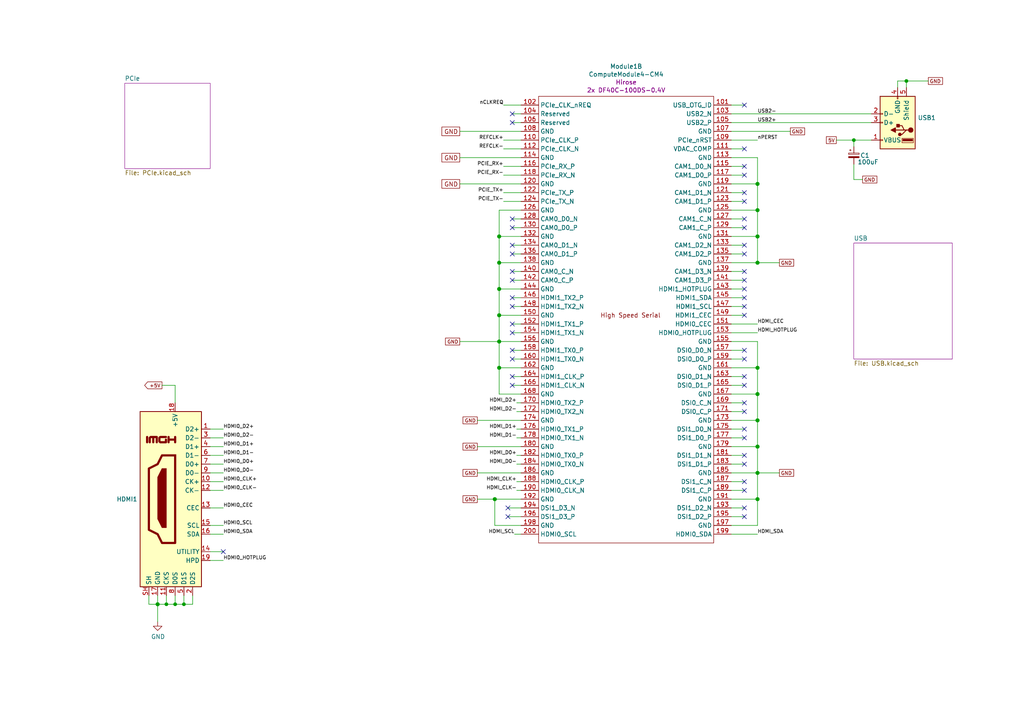
<source format=kicad_sch>
(kicad_sch (version 20210126) (generator eeschema)

  (paper "A4")

  (title_block
    (title "Pi-Fi - High Speed")
    (date "2021-03-17")
    (rev "2")
    (company "(c) Dennis Kupec 2021")
    (comment 1 "Based on the reference design by Raspberry Pi Foundation")
  )

  (lib_symbols
    (symbol "CM4IO:ComputeModule4-CM4" (in_bom yes) (on_board yes)
      (property "Reference" "Module" (id 0) (at 113.03 -68.58 0)
        (effects (font (size 1.27 1.27)))
      )
      (property "Value" "ComputeModule4-CM4" (id 1) (at 140.97 2.54 0)
        (effects (font (size 1.27 1.27)))
      )
      (property "Footprint" "CM4IO:Raspberry-Pi-4-Compute-Module" (id 2) (at 142.24 -26.67 0)
        (effects (font (size 1.27 1.27)) hide)
      )
      (property "Datasheet" "" (id 3) (at 142.24 -26.67 0)
        (effects (font (size 1.27 1.27)) hide)
      )
      (property "Field4" "Hirose" (id 4) (at 0 0 0)
        (effects (font (size 1.27 1.27)))
      )
      (property "Field5" "2x DF40C-100DS-0.4V" (id 5) (at 0 -2.54 0)
        (effects (font (size 1.27 1.27)))
      )
      (symbol "ComputeModule4-CM4_1_0"
        (text "GPIO" (at 0 6.35 0)
          (effects (font (size 1.27 1.27)))
        )
      )
      (symbol "ComputeModule4-CM4_1_1"
        (text "600mA Max" (at -8.89 -53.34 0)
          (effects (font (size 1.27 1.27)))
        )
        (text "600mA Max" (at -8.89 -48.26 0)
          (effects (font (size 1.27 1.27)))
        )
        (text "NB SD signals are only available" (at -1.27 -27.94 0)
          (effects (font (size 1.27 1.27)))
        )
        (text "on modules without eMMC" (at -1.27 -30.48 0)
          (effects (font (size 1.27 1.27)))
        )
        (rectangle (start -30.48 -71.12) (end 25.4 58.42)
          (stroke (width 0)) (fill (type none))
        )
        (pin power_in line (at 27.94 55.88 180) (length 2.54)
          (name "GND" (effects (font (size 1.27 1.27))))
          (number "1" (effects (font (size 1.27 1.27))))
        )
        (pin passive line (at -33.02 45.72 0) (length 2.54)
          (name "Ethernet_Pair0_N" (effects (font (size 1.27 1.27))))
          (number "10" (effects (font (size 1.27 1.27))))
        )
        (pin output line (at -33.02 -68.58 0) (length 2.54)
          (name "nEXTRST" (effects (font (size 1.27 1.27))))
          (number "100" (effects (font (size 1.27 1.27))))
        )
        (pin passive line (at 27.94 43.18 180) (length 2.54)
          (name "Ethernet_Pair2_P" (effects (font (size 1.27 1.27))))
          (number "11" (effects (font (size 1.27 1.27))))
        )
        (pin passive line (at -33.02 43.18 0) (length 2.54)
          (name "Ethernet_Pair0_P" (effects (font (size 1.27 1.27))))
          (number "12" (effects (font (size 1.27 1.27))))
        )
        (pin power_in line (at 27.94 40.64 180) (length 2.54)
          (name "GND" (effects (font (size 1.27 1.27))))
          (number "13" (effects (font (size 1.27 1.27))))
        )
        (pin power_in line (at -33.02 40.64 0) (length 2.54)
          (name "GND" (effects (font (size 1.27 1.27))))
          (number "14" (effects (font (size 1.27 1.27))))
        )
        (pin output line (at 27.94 38.1 180) (length 2.54)
          (name "Ethernet_nLED3(3.3v)" (effects (font (size 1.27 1.27))))
          (number "15" (effects (font (size 1.27 1.27))))
        )
        (pin input line (at -33.02 38.1 0) (length 2.54)
          (name "Ethernet_SYNC_IN(1.8v)" (effects (font (size 1.27 1.27))))
          (number "16" (effects (font (size 1.27 1.27))))
        )
        (pin output line (at 27.94 35.56 180) (length 2.54)
          (name "Ethernet_nLED2(3.3v)" (effects (font (size 1.27 1.27))))
          (number "17" (effects (font (size 1.27 1.27))))
        )
        (pin input line (at -33.02 35.56 0) (length 2.54)
          (name "Ethernet_SYNC_OUT(1.8v)" (effects (font (size 1.27 1.27))))
          (number "18" (effects (font (size 1.27 1.27))))
        )
        (pin output line (at 27.94 33.02 180) (length 2.54)
          (name "Ethernet_nLED1(3.3v)" (effects (font (size 1.27 1.27))))
          (number "19" (effects (font (size 1.27 1.27))))
        )
        (pin power_in line (at -33.02 55.88 0) (length 2.54)
          (name "GND" (effects (font (size 1.27 1.27))))
          (number "2" (effects (font (size 1.27 1.27))))
        )
        (pin passive line (at -33.02 33.02 0) (length 2.54)
          (name "EEPROM_nWP" (effects (font (size 1.27 1.27))))
          (number "20" (effects (font (size 1.27 1.27))))
        )
        (pin open_collector line (at 27.94 30.48 180) (length 2.54)
          (name "PI_nLED_Activity" (effects (font (size 1.27 1.27))))
          (number "21" (effects (font (size 1.27 1.27))))
        )
        (pin power_in line (at -33.02 30.48 0) (length 2.54)
          (name "GND" (effects (font (size 1.27 1.27))))
          (number "22" (effects (font (size 1.27 1.27))))
        )
        (pin power_in line (at 27.94 27.94 180) (length 2.54)
          (name "GND" (effects (font (size 1.27 1.27))))
          (number "23" (effects (font (size 1.27 1.27))))
        )
        (pin passive line (at -33.02 27.94 0) (length 2.54)
          (name "GPIO26" (effects (font (size 1.27 1.27))))
          (number "24" (effects (font (size 1.27 1.27))))
        )
        (pin passive line (at 27.94 25.4 180) (length 2.54)
          (name "GPIO21" (effects (font (size 1.27 1.27))))
          (number "25" (effects (font (size 1.27 1.27))))
        )
        (pin passive line (at -33.02 25.4 0) (length 2.54)
          (name "GPIO19" (effects (font (size 1.27 1.27))))
          (number "26" (effects (font (size 1.27 1.27))))
        )
        (pin passive line (at 27.94 22.86 180) (length 2.54)
          (name "GPIO20" (effects (font (size 1.27 1.27))))
          (number "27" (effects (font (size 1.27 1.27))))
        )
        (pin passive line (at -33.02 22.86 0) (length 2.54)
          (name "GPIO13" (effects (font (size 1.27 1.27))))
          (number "28" (effects (font (size 1.27 1.27))))
        )
        (pin passive line (at 27.94 20.32 180) (length 2.54)
          (name "GPIO16" (effects (font (size 1.27 1.27))))
          (number "29" (effects (font (size 1.27 1.27))))
        )
        (pin passive line (at 27.94 53.34 180) (length 2.54)
          (name "Ethernet_Pair3_P" (effects (font (size 1.27 1.27))))
          (number "3" (effects (font (size 1.27 1.27))))
        )
        (pin passive line (at -33.02 20.32 0) (length 2.54)
          (name "GPIO6" (effects (font (size 1.27 1.27))))
          (number "30" (effects (font (size 1.27 1.27))))
        )
        (pin passive line (at 27.94 17.78 180) (length 2.54)
          (name "GPIO12" (effects (font (size 1.27 1.27))))
          (number "31" (effects (font (size 1.27 1.27))))
        )
        (pin power_in line (at -33.02 17.78 0) (length 2.54)
          (name "GND" (effects (font (size 1.27 1.27))))
          (number "32" (effects (font (size 1.27 1.27))))
        )
        (pin power_in line (at 27.94 15.24 180) (length 2.54)
          (name "GND" (effects (font (size 1.27 1.27))))
          (number "33" (effects (font (size 1.27 1.27))))
        )
        (pin passive line (at -33.02 15.24 0) (length 2.54)
          (name "GPIO5" (effects (font (size 1.27 1.27))))
          (number "34" (effects (font (size 1.27 1.27))))
        )
        (pin passive line (at 27.94 12.7 180) (length 2.54)
          (name "ID_SC" (effects (font (size 1.27 1.27))))
          (number "35" (effects (font (size 1.27 1.27))))
        )
        (pin passive line (at -33.02 12.7 0) (length 2.54)
          (name "ID_SD" (effects (font (size 1.27 1.27))))
          (number "36" (effects (font (size 1.27 1.27))))
        )
        (pin passive line (at 27.94 10.16 180) (length 2.54)
          (name "GPIO7" (effects (font (size 1.27 1.27))))
          (number "37" (effects (font (size 1.27 1.27))))
        )
        (pin passive line (at -33.02 10.16 0) (length 2.54)
          (name "GPIO11" (effects (font (size 1.27 1.27))))
          (number "38" (effects (font (size 1.27 1.27))))
        )
        (pin passive line (at 27.94 7.62 180) (length 2.54)
          (name "GPIO8" (effects (font (size 1.27 1.27))))
          (number "39" (effects (font (size 1.27 1.27))))
        )
        (pin passive line (at -33.02 53.34 0) (length 2.54)
          (name "Ethernet_Pair1_P" (effects (font (size 1.27 1.27))))
          (number "4" (effects (font (size 1.27 1.27))))
        )
        (pin passive line (at -33.02 7.62 0) (length 2.54)
          (name "GPIO9" (effects (font (size 1.27 1.27))))
          (number "40" (effects (font (size 1.27 1.27))))
        )
        (pin passive line (at 27.94 5.08 180) (length 2.54)
          (name "GPIO25" (effects (font (size 1.27 1.27))))
          (number "41" (effects (font (size 1.27 1.27))))
        )
        (pin power_in line (at -33.02 5.08 0) (length 2.54)
          (name "GND" (effects (font (size 1.27 1.27))))
          (number "42" (effects (font (size 1.27 1.27))))
        )
        (pin power_in line (at 27.94 2.54 180) (length 2.54)
          (name "GND" (effects (font (size 1.27 1.27))))
          (number "43" (effects (font (size 1.27 1.27))))
        )
        (pin passive line (at -33.02 2.54 0) (length 2.54)
          (name "GPIO10" (effects (font (size 1.27 1.27))))
          (number "44" (effects (font (size 1.27 1.27))))
        )
        (pin passive line (at 27.94 0 180) (length 2.54)
          (name "GPIO24" (effects (font (size 1.27 1.27))))
          (number "45" (effects (font (size 1.27 1.27))))
        )
        (pin passive line (at -33.02 0 0) (length 2.54)
          (name "GPIO22" (effects (font (size 1.27 1.27))))
          (number "46" (effects (font (size 1.27 1.27))))
        )
        (pin passive line (at 27.94 -2.54 180) (length 2.54)
          (name "GPIO23" (effects (font (size 1.27 1.27))))
          (number "47" (effects (font (size 1.27 1.27))))
        )
        (pin passive line (at -33.02 -2.54 0) (length 2.54)
          (name "GPIO27" (effects (font (size 1.27 1.27))))
          (number "48" (effects (font (size 1.27 1.27))))
        )
        (pin passive line (at 27.94 -5.08 180) (length 2.54)
          (name "GPIO18" (effects (font (size 1.27 1.27))))
          (number "49" (effects (font (size 1.27 1.27))))
        )
        (pin passive line (at 27.94 50.8 180) (length 2.54)
          (name "Ethernet_Pair3_N" (effects (font (size 1.27 1.27))))
          (number "5" (effects (font (size 1.27 1.27))))
        )
        (pin passive line (at -33.02 -5.08 0) (length 2.54)
          (name "GPIO17" (effects (font (size 1.27 1.27))))
          (number "50" (effects (font (size 1.27 1.27))))
        )
        (pin passive line (at 27.94 -7.62 180) (length 2.54)
          (name "GPIO15" (effects (font (size 1.27 1.27))))
          (number "51" (effects (font (size 1.27 1.27))))
        )
        (pin power_in line (at -33.02 -7.62 0) (length 2.54)
          (name "GND" (effects (font (size 1.27 1.27))))
          (number "52" (effects (font (size 1.27 1.27))))
        )
        (pin power_in line (at 27.94 -10.16 180) (length 2.54)
          (name "GND" (effects (font (size 1.27 1.27))))
          (number "53" (effects (font (size 1.27 1.27))))
        )
        (pin passive line (at -33.02 -10.16 0) (length 2.54)
          (name "GPIO4" (effects (font (size 1.27 1.27))))
          (number "54" (effects (font (size 1.27 1.27))))
        )
        (pin passive line (at 27.94 -12.7 180) (length 2.54)
          (name "GPIO14" (effects (font (size 1.27 1.27))))
          (number "55" (effects (font (size 1.27 1.27))))
        )
        (pin passive line (at -33.02 -12.7 0) (length 2.54)
          (name "GPIO3" (effects (font (size 1.27 1.27))))
          (number "56" (effects (font (size 1.27 1.27))))
        )
        (pin passive line (at 27.94 -15.24 180) (length 2.54)
          (name "SD_CLK" (effects (font (size 1.27 1.27))))
          (number "57" (effects (font (size 1.27 1.27))))
        )
        (pin passive line (at -33.02 -15.24 0) (length 2.54)
          (name "GPIO2" (effects (font (size 1.27 1.27))))
          (number "58" (effects (font (size 1.27 1.27))))
        )
        (pin power_in line (at 27.94 -17.78 180) (length 2.54)
          (name "GND" (effects (font (size 1.27 1.27))))
          (number "59" (effects (font (size 1.27 1.27))))
        )
        (pin passive line (at -33.02 50.8 0) (length 2.54)
          (name "Ethernet_Pair1_N" (effects (font (size 1.27 1.27))))
          (number "6" (effects (font (size 1.27 1.27))))
        )
        (pin power_in line (at -33.02 -17.78 0) (length 2.54)
          (name "GND" (effects (font (size 1.27 1.27))))
          (number "60" (effects (font (size 1.27 1.27))))
        )
        (pin passive line (at 27.94 -20.32 180) (length 2.54)
          (name "SD_DAT3" (effects (font (size 1.27 1.27))))
          (number "61" (effects (font (size 1.27 1.27))))
        )
        (pin passive line (at -33.02 -20.32 0) (length 2.54)
          (name "SD_CMD" (effects (font (size 1.27 1.27))))
          (number "62" (effects (font (size 1.27 1.27))))
        )
        (pin passive line (at 27.94 -22.86 180) (length 2.54)
          (name "SD_DAT0" (effects (font (size 1.27 1.27))))
          (number "63" (effects (font (size 1.27 1.27))))
        )
        (pin passive line (at -33.02 -22.86 0) (length 2.54)
          (name "SD_DAT5" (effects (font (size 1.27 1.27))))
          (number "64" (effects (font (size 1.27 1.27))))
        )
        (pin power_in line (at 27.94 -25.4 180) (length 2.54)
          (name "GND" (effects (font (size 1.27 1.27))))
          (number "65" (effects (font (size 1.27 1.27))))
        )
        (pin power_in line (at -33.02 -25.4 0) (length 2.54)
          (name "GND" (effects (font (size 1.27 1.27))))
          (number "66" (effects (font (size 1.27 1.27))))
        )
        (pin passive line (at 27.94 -27.94 180) (length 2.54)
          (name "SD_DAT1" (effects (font (size 1.27 1.27))))
          (number "67" (effects (font (size 1.27 1.27))))
        )
        (pin passive line (at -33.02 -27.94 0) (length 2.54)
          (name "SD_DAT4" (effects (font (size 1.27 1.27))))
          (number "68" (effects (font (size 1.27 1.27))))
        )
        (pin passive line (at 27.94 -30.48 180) (length 2.54)
          (name "SD_DAT2" (effects (font (size 1.27 1.27))))
          (number "69" (effects (font (size 1.27 1.27))))
        )
        (pin power_in line (at 27.94 48.26 180) (length 2.54)
          (name "GND" (effects (font (size 1.27 1.27))))
          (number "7" (effects (font (size 1.27 1.27))))
        )
        (pin passive line (at -33.02 -30.48 0) (length 2.54)
          (name "SD_DAT7" (effects (font (size 1.27 1.27))))
          (number "70" (effects (font (size 1.27 1.27))))
        )
        (pin power_in line (at 27.94 -33.02 180) (length 2.54)
          (name "GND" (effects (font (size 1.27 1.27))))
          (number "71" (effects (font (size 1.27 1.27))))
        )
        (pin passive line (at -33.02 -33.02 0) (length 2.54)
          (name "SD_DAT6" (effects (font (size 1.27 1.27))))
          (number "72" (effects (font (size 1.27 1.27))))
        )
        (pin input line (at 27.94 -35.56 180) (length 2.54)
          (name "SD_VDD_Override" (effects (font (size 1.27 1.27))))
          (number "73" (effects (font (size 1.27 1.27))))
        )
        (pin power_in line (at -33.02 -35.56 0) (length 2.54)
          (name "GND" (effects (font (size 1.27 1.27))))
          (number "74" (effects (font (size 1.27 1.27))))
        )
        (pin output line (at 27.94 -38.1 180) (length 2.54)
          (name "SD_PWR_ON" (effects (font (size 1.27 1.27))))
          (number "75" (effects (font (size 1.27 1.27))))
        )
        (pin passive line (at -33.02 -38.1 0) (length 2.54)
          (name "Reserved" (effects (font (size 1.27 1.27))))
          (number "76" (effects (font (size 1.27 1.27))))
        )
        (pin power_in line (at 27.94 -40.64 180) (length 2.54)
          (name "+5v_(Input)" (effects (font (size 1.27 1.27))))
          (number "77" (effects (font (size 1.27 1.27))))
        )
        (pin power_in line (at -33.02 -40.64 0) (length 2.54)
          (name "GPIO_VREF(1.8v/3.3v_Input)" (effects (font (size 1.27 1.27))))
          (number "78" (effects (font (size 1.27 1.27))))
        )
        (pin power_in line (at 27.94 -43.18 180) (length 2.54)
          (name "+5v_(Input)" (effects (font (size 1.27 1.27))))
          (number "79" (effects (font (size 1.27 1.27))))
        )
        (pin power_in line (at -33.02 48.26 0) (length 2.54)
          (name "GND" (effects (font (size 1.27 1.27))))
          (number "8" (effects (font (size 1.27 1.27))))
        )
        (pin passive line (at -33.02 -43.18 0) (length 2.54)
          (name "SCL0" (effects (font (size 1.27 1.27))))
          (number "80" (effects (font (size 1.27 1.27))))
        )
        (pin power_in line (at 27.94 -45.72 180) (length 2.54)
          (name "+5v_(Input)" (effects (font (size 1.27 1.27))))
          (number "81" (effects (font (size 1.27 1.27))))
        )
        (pin passive line (at -33.02 -45.72 0) (length 2.54)
          (name "SDA0" (effects (font (size 1.27 1.27))))
          (number "82" (effects (font (size 1.27 1.27))))
        )
        (pin power_in line (at 27.94 -48.26 180) (length 2.54)
          (name "+5v_(Input)" (effects (font (size 1.27 1.27))))
          (number "83" (effects (font (size 1.27 1.27))))
        )
        (pin power_out line (at -33.02 -48.26 0) (length 2.54)
          (name "+3.3v_(Output)" (effects (font (size 1.27 1.27))))
          (number "84" (effects (font (size 1.27 1.27))))
        )
        (pin power_in line (at 27.94 -50.8 180) (length 2.54)
          (name "+5v_(Input)" (effects (font (size 1.27 1.27))))
          (number "85" (effects (font (size 1.27 1.27))))
        )
        (pin power_out line (at -33.02 -50.8 0) (length 2.54)
          (name "+3.3v_(Output)" (effects (font (size 1.27 1.27))))
          (number "86" (effects (font (size 1.27 1.27))))
        )
        (pin power_in line (at 27.94 -53.34 180) (length 2.54)
          (name "+5v_(Input)" (effects (font (size 1.27 1.27))))
          (number "87" (effects (font (size 1.27 1.27))))
        )
        (pin power_out line (at -33.02 -53.34 0) (length 2.54)
          (name "+1.8v_(Output)" (effects (font (size 1.27 1.27))))
          (number "88" (effects (font (size 1.27 1.27))))
        )
        (pin power_in line (at 27.94 -55.88 180) (length 2.54)
          (name "WiFi_nDisable" (effects (font (size 1.27 1.27))))
          (number "89" (effects (font (size 1.27 1.27))))
        )
        (pin passive line (at 27.94 45.72 180) (length 2.54)
          (name "Ethernet_Pair2_N" (effects (font (size 1.27 1.27))))
          (number "9" (effects (font (size 1.27 1.27))))
        )
        (pin power_out line (at -33.02 -55.88 0) (length 2.54)
          (name "+1.8v_(Output)" (effects (font (size 1.27 1.27))))
          (number "90" (effects (font (size 1.27 1.27))))
        )
        (pin power_in line (at 27.94 -58.42 180) (length 2.54)
          (name "BT_nDisable" (effects (font (size 1.27 1.27))))
          (number "91" (effects (font (size 1.27 1.27))))
        )
        (pin passive line (at -33.02 -58.42 0) (length 2.54)
          (name "RUN_PG" (effects (font (size 1.27 1.27))))
          (number "92" (effects (font (size 1.27 1.27))))
        )
        (pin input line (at 27.94 -60.96 180) (length 2.54)
          (name "nRPIBOOT" (effects (font (size 1.27 1.27))))
          (number "93" (effects (font (size 1.27 1.27))))
        )
        (pin passive line (at -33.02 -60.96 0) (length 2.54)
          (name "AnalogIP1" (effects (font (size 1.27 1.27))))
          (number "94" (effects (font (size 1.27 1.27))))
        )
        (pin output line (at 27.94 -63.5 180) (length 2.54)
          (name "nPI_LED_PWR" (effects (font (size 1.27 1.27))))
          (number "95" (effects (font (size 1.27 1.27))))
        )
        (pin passive line (at -33.02 -63.5 0) (length 2.54)
          (name "AnalogIP0" (effects (font (size 1.27 1.27))))
          (number "96" (effects (font (size 1.27 1.27))))
        )
        (pin passive line (at 27.94 -66.04 180) (length 2.54)
          (name "Camera_GPIO" (effects (font (size 1.27 1.27))))
          (number "97" (effects (font (size 1.27 1.27))))
        )
        (pin power_in line (at -33.02 -66.04 0) (length 2.54)
          (name "GND" (effects (font (size 1.27 1.27))))
          (number "98" (effects (font (size 1.27 1.27))))
        )
        (pin input line (at 27.94 -68.58 180) (length 2.54)
          (name "Global_EN" (effects (font (size 1.27 1.27))))
          (number "99" (effects (font (size 1.27 1.27))))
        )
      )
      (symbol "ComputeModule4-CM4_2_1"
        (text "High Speed Serial" (at 140.97 0 0)
          (effects (font (size 1.27 1.27)))
        )
        (rectangle (start 114.3 -66.04) (end 165.1 63.5)
          (stroke (width 0)) (fill (type none))
        )
        (pin input line (at 170.18 60.96 180) (length 5.08)
          (name "USB_OTG_ID" (effects (font (size 1.27 1.27))))
          (number "101" (effects (font (size 1.27 1.27))))
        )
        (pin input line (at 109.22 60.96 0) (length 5.08)
          (name "PCIe_CLK_nREQ" (effects (font (size 1.27 1.27))))
          (number "102" (effects (font (size 1.27 1.27))))
        )
        (pin passive line (at 170.18 58.42 180) (length 5.08)
          (name "USB2_N" (effects (font (size 1.27 1.27))))
          (number "103" (effects (font (size 1.27 1.27))))
        )
        (pin passive line (at 109.22 58.42 0) (length 5.08)
          (name "Reserved" (effects (font (size 1.27 1.27))))
          (number "104" (effects (font (size 1.27 1.27))))
        )
        (pin passive line (at 170.18 55.88 180) (length 5.08)
          (name "USB2_P" (effects (font (size 1.27 1.27))))
          (number "105" (effects (font (size 1.27 1.27))))
        )
        (pin passive line (at 109.22 55.88 0) (length 5.08)
          (name "Reserved" (effects (font (size 1.27 1.27))))
          (number "106" (effects (font (size 1.27 1.27))))
        )
        (pin power_in line (at 170.18 53.34 180) (length 5.08)
          (name "GND" (effects (font (size 1.27 1.27))))
          (number "107" (effects (font (size 1.27 1.27))))
        )
        (pin power_in line (at 109.22 53.34 0) (length 5.08)
          (name "GND" (effects (font (size 1.27 1.27))))
          (number "108" (effects (font (size 1.27 1.27))))
        )
        (pin bidirectional line (at 170.18 50.8 180) (length 5.08)
          (name "PCIe_nRST" (effects (font (size 1.27 1.27))))
          (number "109" (effects (font (size 1.27 1.27))))
        )
        (pin output line (at 109.22 50.8 0) (length 5.08)
          (name "PCIe_CLK_P" (effects (font (size 1.27 1.27))))
          (number "110" (effects (font (size 1.27 1.27))))
        )
        (pin passive line (at 170.18 48.26 180) (length 5.08)
          (name "VDAC_COMP" (effects (font (size 1.27 1.27))))
          (number "111" (effects (font (size 1.27 1.27))))
        )
        (pin output line (at 109.22 48.26 0) (length 5.08)
          (name "PCIe_CLK_N" (effects (font (size 1.27 1.27))))
          (number "112" (effects (font (size 1.27 1.27))))
        )
        (pin power_in line (at 170.18 45.72 180) (length 5.08)
          (name "GND" (effects (font (size 1.27 1.27))))
          (number "113" (effects (font (size 1.27 1.27))))
        )
        (pin power_in line (at 109.22 45.72 0) (length 5.08)
          (name "GND" (effects (font (size 1.27 1.27))))
          (number "114" (effects (font (size 1.27 1.27))))
        )
        (pin input line (at 170.18 43.18 180) (length 5.08)
          (name "CAM1_D0_N" (effects (font (size 1.27 1.27))))
          (number "115" (effects (font (size 1.27 1.27))))
        )
        (pin input line (at 109.22 43.18 0) (length 5.08)
          (name "PCIe_RX_P" (effects (font (size 1.27 1.27))))
          (number "116" (effects (font (size 1.27 1.27))))
        )
        (pin input line (at 170.18 40.64 180) (length 5.08)
          (name "CAM1_D0_P" (effects (font (size 1.27 1.27))))
          (number "117" (effects (font (size 1.27 1.27))))
        )
        (pin input line (at 109.22 40.64 0) (length 5.08)
          (name "PCIe_RX_N" (effects (font (size 1.27 1.27))))
          (number "118" (effects (font (size 1.27 1.27))))
        )
        (pin power_in line (at 170.18 38.1 180) (length 5.08)
          (name "GND" (effects (font (size 1.27 1.27))))
          (number "119" (effects (font (size 1.27 1.27))))
        )
        (pin power_in line (at 109.22 38.1 0) (length 5.08)
          (name "GND" (effects (font (size 1.27 1.27))))
          (number "120" (effects (font (size 1.27 1.27))))
        )
        (pin input line (at 170.18 35.56 180) (length 5.08)
          (name "CAM1_D1_N" (effects (font (size 1.27 1.27))))
          (number "121" (effects (font (size 1.27 1.27))))
        )
        (pin output line (at 109.22 35.56 0) (length 5.08)
          (name "PCIe_TX_P" (effects (font (size 1.27 1.27))))
          (number "122" (effects (font (size 1.27 1.27))))
        )
        (pin input line (at 170.18 33.02 180) (length 5.08)
          (name "CAM1_D1_P" (effects (font (size 1.27 1.27))))
          (number "123" (effects (font (size 1.27 1.27))))
        )
        (pin output line (at 109.22 33.02 0) (length 5.08)
          (name "PCIe_TX_N" (effects (font (size 1.27 1.27))))
          (number "124" (effects (font (size 1.27 1.27))))
        )
        (pin power_in line (at 170.18 30.48 180) (length 5.08)
          (name "GND" (effects (font (size 1.27 1.27))))
          (number "125" (effects (font (size 1.27 1.27))))
        )
        (pin power_in line (at 109.22 30.48 0) (length 5.08)
          (name "GND" (effects (font (size 1.27 1.27))))
          (number "126" (effects (font (size 1.27 1.27))))
        )
        (pin input line (at 170.18 27.94 180) (length 5.08)
          (name "CAM1_C_N" (effects (font (size 1.27 1.27))))
          (number "127" (effects (font (size 1.27 1.27))))
        )
        (pin input line (at 109.22 27.94 0) (length 5.08)
          (name "CAM0_D0_N" (effects (font (size 1.27 1.27))))
          (number "128" (effects (font (size 1.27 1.27))))
        )
        (pin input line (at 170.18 25.4 180) (length 5.08)
          (name "CAM1_C_P" (effects (font (size 1.27 1.27))))
          (number "129" (effects (font (size 1.27 1.27))))
        )
        (pin input line (at 109.22 25.4 0) (length 5.08)
          (name "CAM0_D0_P" (effects (font (size 1.27 1.27))))
          (number "130" (effects (font (size 1.27 1.27))))
        )
        (pin power_in line (at 170.18 22.86 180) (length 5.08)
          (name "GND" (effects (font (size 1.27 1.27))))
          (number "131" (effects (font (size 1.27 1.27))))
        )
        (pin power_in line (at 109.22 22.86 0) (length 5.08)
          (name "GND" (effects (font (size 1.27 1.27))))
          (number "132" (effects (font (size 1.27 1.27))))
        )
        (pin input line (at 170.18 20.32 180) (length 5.08)
          (name "CAM1_D2_N" (effects (font (size 1.27 1.27))))
          (number "133" (effects (font (size 1.27 1.27))))
        )
        (pin input line (at 109.22 20.32 0) (length 5.08)
          (name "CAM0_D1_N" (effects (font (size 1.27 1.27))))
          (number "134" (effects (font (size 1.27 1.27))))
        )
        (pin input line (at 170.18 17.78 180) (length 5.08)
          (name "CAM1_D2_P" (effects (font (size 1.27 1.27))))
          (number "135" (effects (font (size 1.27 1.27))))
        )
        (pin input line (at 109.22 17.78 0) (length 5.08)
          (name "CAM0_D1_P" (effects (font (size 1.27 1.27))))
          (number "136" (effects (font (size 1.27 1.27))))
        )
        (pin power_in line (at 170.18 15.24 180) (length 5.08)
          (name "GND" (effects (font (size 1.27 1.27))))
          (number "137" (effects (font (size 1.27 1.27))))
        )
        (pin power_in line (at 109.22 15.24 0) (length 5.08)
          (name "GND" (effects (font (size 1.27 1.27))))
          (number "138" (effects (font (size 1.27 1.27))))
        )
        (pin input line (at 170.18 12.7 180) (length 5.08)
          (name "CAM1_D3_N" (effects (font (size 1.27 1.27))))
          (number "139" (effects (font (size 1.27 1.27))))
        )
        (pin input line (at 109.22 12.7 0) (length 5.08)
          (name "CAM0_C_N" (effects (font (size 1.27 1.27))))
          (number "140" (effects (font (size 1.27 1.27))))
        )
        (pin input line (at 170.18 10.16 180) (length 5.08)
          (name "CAM1_D3_P" (effects (font (size 1.27 1.27))))
          (number "141" (effects (font (size 1.27 1.27))))
        )
        (pin input line (at 109.22 10.16 0) (length 5.08)
          (name "CAM0_C_P" (effects (font (size 1.27 1.27))))
          (number "142" (effects (font (size 1.27 1.27))))
        )
        (pin input line (at 170.18 7.62 180) (length 5.08)
          (name "HDMI1_HOTPLUG" (effects (font (size 1.27 1.27))))
          (number "143" (effects (font (size 1.27 1.27))))
        )
        (pin power_in line (at 109.22 7.62 0) (length 5.08)
          (name "GND" (effects (font (size 1.27 1.27))))
          (number "144" (effects (font (size 1.27 1.27))))
        )
        (pin bidirectional line (at 170.18 5.08 180) (length 5.08)
          (name "HDMI1_SDA" (effects (font (size 1.27 1.27))))
          (number "145" (effects (font (size 1.27 1.27))))
        )
        (pin output line (at 109.22 5.08 0) (length 5.08)
          (name "HDMI1_TX2_P" (effects (font (size 1.27 1.27))))
          (number "146" (effects (font (size 1.27 1.27))))
        )
        (pin open_collector line (at 170.18 2.54 180) (length 5.08)
          (name "HDMI1_SCL" (effects (font (size 1.27 1.27))))
          (number "147" (effects (font (size 1.27 1.27))))
        )
        (pin output line (at 109.22 2.54 0) (length 5.08)
          (name "HDMI1_TX2_N" (effects (font (size 1.27 1.27))))
          (number "148" (effects (font (size 1.27 1.27))))
        )
        (pin open_collector line (at 170.18 0 180) (length 5.08)
          (name "HDMI1_CEC" (effects (font (size 1.27 1.27))))
          (number "149" (effects (font (size 1.27 1.27))))
        )
        (pin power_in line (at 109.22 0 0) (length 5.08)
          (name "GND" (effects (font (size 1.27 1.27))))
          (number "150" (effects (font (size 1.27 1.27))))
        )
        (pin open_collector line (at 170.18 -2.54 180) (length 5.08)
          (name "HDMI0_CEC" (effects (font (size 1.27 1.27))))
          (number "151" (effects (font (size 1.27 1.27))))
        )
        (pin output line (at 109.22 -2.54 0) (length 5.08)
          (name "HDMI1_TX1_P" (effects (font (size 1.27 1.27))))
          (number "152" (effects (font (size 1.27 1.27))))
        )
        (pin input line (at 170.18 -5.08 180) (length 5.08)
          (name "HDMI0_HOTPLUG" (effects (font (size 1.27 1.27))))
          (number "153" (effects (font (size 1.27 1.27))))
        )
        (pin output line (at 109.22 -5.08 0) (length 5.08)
          (name "HDMI1_TX1_N" (effects (font (size 1.27 1.27))))
          (number "154" (effects (font (size 1.27 1.27))))
        )
        (pin power_in line (at 170.18 -7.62 180) (length 5.08)
          (name "GND" (effects (font (size 1.27 1.27))))
          (number "155" (effects (font (size 1.27 1.27))))
        )
        (pin power_in line (at 109.22 -7.62 0) (length 5.08)
          (name "GND" (effects (font (size 1.27 1.27))))
          (number "156" (effects (font (size 1.27 1.27))))
        )
        (pin output line (at 170.18 -10.16 180) (length 5.08)
          (name "DSI0_D0_N" (effects (font (size 1.27 1.27))))
          (number "157" (effects (font (size 1.27 1.27))))
        )
        (pin output line (at 109.22 -10.16 0) (length 5.08)
          (name "HDMI1_TX0_P" (effects (font (size 1.27 1.27))))
          (number "158" (effects (font (size 1.27 1.27))))
        )
        (pin output line (at 170.18 -12.7 180) (length 5.08)
          (name "DSI0_D0_P" (effects (font (size 1.27 1.27))))
          (number "159" (effects (font (size 1.27 1.27))))
        )
        (pin output line (at 109.22 -12.7 0) (length 5.08)
          (name "HDMI1_TX0_N" (effects (font (size 1.27 1.27))))
          (number "160" (effects (font (size 1.27 1.27))))
        )
        (pin power_in line (at 170.18 -15.24 180) (length 5.08)
          (name "GND" (effects (font (size 1.27 1.27))))
          (number "161" (effects (font (size 1.27 1.27))))
        )
        (pin power_in line (at 109.22 -15.24 0) (length 5.08)
          (name "GND" (effects (font (size 1.27 1.27))))
          (number "162" (effects (font (size 1.27 1.27))))
        )
        (pin output line (at 170.18 -17.78 180) (length 5.08)
          (name "DSI0_D1_N" (effects (font (size 1.27 1.27))))
          (number "163" (effects (font (size 1.27 1.27))))
        )
        (pin output line (at 109.22 -17.78 0) (length 5.08)
          (name "HDMI1_CLK_P" (effects (font (size 1.27 1.27))))
          (number "164" (effects (font (size 1.27 1.27))))
        )
        (pin output line (at 170.18 -20.32 180) (length 5.08)
          (name "DSI0_D1_P" (effects (font (size 1.27 1.27))))
          (number "165" (effects (font (size 1.27 1.27))))
        )
        (pin output line (at 109.22 -20.32 0) (length 5.08)
          (name "HDMI1_CLK_N" (effects (font (size 1.27 1.27))))
          (number "166" (effects (font (size 1.27 1.27))))
        )
        (pin power_in line (at 170.18 -22.86 180) (length 5.08)
          (name "GND" (effects (font (size 1.27 1.27))))
          (number "167" (effects (font (size 1.27 1.27))))
        )
        (pin power_in line (at 109.22 -22.86 0) (length 5.08)
          (name "GND" (effects (font (size 1.27 1.27))))
          (number "168" (effects (font (size 1.27 1.27))))
        )
        (pin output line (at 170.18 -25.4 180) (length 5.08)
          (name "DSI0_C_N" (effects (font (size 1.27 1.27))))
          (number "169" (effects (font (size 1.27 1.27))))
        )
        (pin output line (at 109.22 -25.4 0) (length 5.08)
          (name "HDMI0_TX2_P" (effects (font (size 1.27 1.27))))
          (number "170" (effects (font (size 1.27 1.27))))
        )
        (pin output line (at 170.18 -27.94 180) (length 5.08)
          (name "DSI0_C_P" (effects (font (size 1.27 1.27))))
          (number "171" (effects (font (size 1.27 1.27))))
        )
        (pin output line (at 109.22 -27.94 0) (length 5.08)
          (name "HDMI0_TX2_N" (effects (font (size 1.27 1.27))))
          (number "172" (effects (font (size 1.27 1.27))))
        )
        (pin power_in line (at 170.18 -30.48 180) (length 5.08)
          (name "GND" (effects (font (size 1.27 1.27))))
          (number "173" (effects (font (size 1.27 1.27))))
        )
        (pin power_in line (at 109.22 -30.48 0) (length 5.08)
          (name "GND" (effects (font (size 1.27 1.27))))
          (number "174" (effects (font (size 1.27 1.27))))
        )
        (pin output line (at 170.18 -33.02 180) (length 5.08)
          (name "DSI1_D0_N" (effects (font (size 1.27 1.27))))
          (number "175" (effects (font (size 1.27 1.27))))
        )
        (pin output line (at 109.22 -33.02 0) (length 5.08)
          (name "HDMI0_TX1_P" (effects (font (size 1.27 1.27))))
          (number "176" (effects (font (size 1.27 1.27))))
        )
        (pin output line (at 170.18 -35.56 180) (length 5.08)
          (name "DSI1_D0_P" (effects (font (size 1.27 1.27))))
          (number "177" (effects (font (size 1.27 1.27))))
        )
        (pin output line (at 109.22 -35.56 0) (length 5.08)
          (name "HDMI0_TX1_N" (effects (font (size 1.27 1.27))))
          (number "178" (effects (font (size 1.27 1.27))))
        )
        (pin power_in line (at 170.18 -38.1 180) (length 5.08)
          (name "GND" (effects (font (size 1.27 1.27))))
          (number "179" (effects (font (size 1.27 1.27))))
        )
        (pin power_in line (at 109.22 -38.1 0) (length 5.08)
          (name "GND" (effects (font (size 1.27 1.27))))
          (number "180" (effects (font (size 1.27 1.27))))
        )
        (pin output line (at 170.18 -40.64 180) (length 5.08)
          (name "DSI1_D1_N" (effects (font (size 1.27 1.27))))
          (number "181" (effects (font (size 1.27 1.27))))
        )
        (pin output line (at 109.22 -40.64 0) (length 5.08)
          (name "HDMI0_TX0_P" (effects (font (size 1.27 1.27))))
          (number "182" (effects (font (size 1.27 1.27))))
        )
        (pin output line (at 170.18 -43.18 180) (length 5.08)
          (name "DSI1_D1_P" (effects (font (size 1.27 1.27))))
          (number "183" (effects (font (size 1.27 1.27))))
        )
        (pin output line (at 109.22 -43.18 0) (length 5.08)
          (name "HDMI0_TX0_N" (effects (font (size 1.27 1.27))))
          (number "184" (effects (font (size 1.27 1.27))))
        )
        (pin power_in line (at 170.18 -45.72 180) (length 5.08)
          (name "GND" (effects (font (size 1.27 1.27))))
          (number "185" (effects (font (size 1.27 1.27))))
        )
        (pin power_in line (at 109.22 -45.72 0) (length 5.08)
          (name "GND" (effects (font (size 1.27 1.27))))
          (number "186" (effects (font (size 1.27 1.27))))
        )
        (pin output line (at 170.18 -48.26 180) (length 5.08)
          (name "DSI1_C_N" (effects (font (size 1.27 1.27))))
          (number "187" (effects (font (size 1.27 1.27))))
        )
        (pin output line (at 109.22 -48.26 0) (length 5.08)
          (name "HDMI0_CLK_P" (effects (font (size 1.27 1.27))))
          (number "188" (effects (font (size 1.27 1.27))))
        )
        (pin output line (at 170.18 -50.8 180) (length 5.08)
          (name "DSI1_C_P" (effects (font (size 1.27 1.27))))
          (number "189" (effects (font (size 1.27 1.27))))
        )
        (pin output line (at 109.22 -50.8 0) (length 5.08)
          (name "HDMI0_CLK_N" (effects (font (size 1.27 1.27))))
          (number "190" (effects (font (size 1.27 1.27))))
        )
        (pin power_in line (at 170.18 -53.34 180) (length 5.08)
          (name "GND" (effects (font (size 1.27 1.27))))
          (number "191" (effects (font (size 1.27 1.27))))
        )
        (pin power_in line (at 109.22 -53.34 0) (length 5.08)
          (name "GND" (effects (font (size 1.27 1.27))))
          (number "192" (effects (font (size 1.27 1.27))))
        )
        (pin output line (at 170.18 -55.88 180) (length 5.08)
          (name "DSI1_D2_N" (effects (font (size 1.27 1.27))))
          (number "193" (effects (font (size 1.27 1.27))))
        )
        (pin output line (at 109.22 -55.88 0) (length 5.08)
          (name "DSI1_D3_N" (effects (font (size 1.27 1.27))))
          (number "194" (effects (font (size 1.27 1.27))))
        )
        (pin output line (at 170.18 -58.42 180) (length 5.08)
          (name "DSI1_D2_P" (effects (font (size 1.27 1.27))))
          (number "195" (effects (font (size 1.27 1.27))))
        )
        (pin output line (at 109.22 -58.42 0) (length 5.08)
          (name "DSI1_D3_P" (effects (font (size 1.27 1.27))))
          (number "196" (effects (font (size 1.27 1.27))))
        )
        (pin power_in line (at 170.18 -60.96 180) (length 5.08)
          (name "GND" (effects (font (size 1.27 1.27))))
          (number "197" (effects (font (size 1.27 1.27))))
        )
        (pin power_in line (at 109.22 -60.96 0) (length 5.08)
          (name "GND" (effects (font (size 1.27 1.27))))
          (number "198" (effects (font (size 1.27 1.27))))
        )
        (pin bidirectional line (at 170.18 -63.5 180) (length 5.08)
          (name "HDMI0_SDA" (effects (font (size 1.27 1.27))))
          (number "199" (effects (font (size 1.27 1.27))))
        )
        (pin open_collector line (at 109.22 -63.5 0) (length 5.08)
          (name "HDMI0_SCL" (effects (font (size 1.27 1.27))))
          (number "200" (effects (font (size 1.27 1.27))))
        )
      )
    )
    (symbol "Connector:HDMI_A" (in_bom yes) (on_board yes)
      (property "Reference" "J" (id 0) (at -6.35 26.67 0)
        (effects (font (size 1.27 1.27)))
      )
      (property "Value" "HDMI_A" (id 1) (at 10.16 26.67 0)
        (effects (font (size 1.27 1.27)))
      )
      (property "Footprint" "" (id 2) (at 0.635 0 0)
        (effects (font (size 1.27 1.27)) hide)
      )
      (property "Datasheet" "https://en.wikipedia.org/wiki/HDMI" (id 3) (at 0.635 0 0)
        (effects (font (size 1.27 1.27)) hide)
      )
      (property "ki_keywords" "hdmi conn" (id 4) (at 0 0 0)
        (effects (font (size 1.27 1.27)) hide)
      )
      (property "ki_description" "HDMI type A connector" (id 5) (at 0 0 0)
        (effects (font (size 1.27 1.27)) hide)
      )
      (property "ki_fp_filters" "HDMI*A*" (id 6) (at 0 0 0)
        (effects (font (size 1.27 1.27)) hide)
      )
      (symbol "HDMI_A_0_0"
        (polyline
          (pts
            (xy 8.128 16.51)
            (xy 8.128 18.034)
          )
          (stroke (width 0.635)) (fill (type none))
        )
        (polyline
          (pts
            (xy 0 16.51)
            (xy 0 18.034)
            (xy 0 17.272)
            (xy 1.905 17.272)
            (xy 1.905 18.034)
            (xy 1.905 16.51)
          )
          (stroke (width 0.635)) (fill (type none))
        )
        (polyline
          (pts
            (xy 2.667 18.034)
            (xy 4.318 18.034)
            (xy 4.572 17.78)
            (xy 4.572 16.764)
            (xy 4.318 16.51)
            (xy 2.667 16.51)
            (xy 2.667 17.272)
          )
          (stroke (width 0.635)) (fill (type none))
        )
      )
      (symbol "HDMI_A_0_1"
        (rectangle (start -7.62 25.4) (end 10.16 -25.4)
          (stroke (width 0.254)) (fill (type background))
        )
        (polyline
          (pts
            (xy 5.334 16.51)
            (xy 5.334 18.034)
            (xy 6.35 18.034)
            (xy 6.35 16.51)
            (xy 6.35 18.034)
            (xy 7.112 18.034)
            (xy 7.366 17.78)
            (xy 7.366 16.51)
          )
          (stroke (width 0.635)) (fill (type none))
        )
        (polyline
          (pts
            (xy 0 12.7)
            (xy 0 -12.7)
            (xy 3.81 -12.7)
            (xy 5.08 -10.16)
            (xy 7.62 -8.89)
            (xy 7.62 8.89)
            (xy 5.08 10.16)
            (xy 3.81 12.7)
            (xy 0 12.7)
          )
          (stroke (width 0.635)) (fill (type none))
        )
        (polyline
          (pts
            (xy 2.54 8.89)
            (xy 3.81 8.89)
            (xy 5.08 6.35)
            (xy 5.08 -5.715)
            (xy 3.81 -8.255)
            (xy 2.54 -8.255)
            (xy 2.54 8.89)
          )
          (stroke (width 0)) (fill (type outline))
        )
      )
      (symbol "HDMI_A_1_1"
        (pin passive line (at -10.16 20.32 0) (length 2.54)
          (name "D2+" (effects (font (size 1.27 1.27))))
          (number "1" (effects (font (size 1.27 1.27))))
        )
        (pin passive line (at -10.16 5.08 0) (length 2.54)
          (name "CK+" (effects (font (size 1.27 1.27))))
          (number "10" (effects (font (size 1.27 1.27))))
        )
        (pin power_in line (at 2.54 -27.94 90) (length 2.54)
          (name "CKS" (effects (font (size 1.27 1.27))))
          (number "11" (effects (font (size 1.27 1.27))))
        )
        (pin passive line (at -10.16 2.54 0) (length 2.54)
          (name "CK-" (effects (font (size 1.27 1.27))))
          (number "12" (effects (font (size 1.27 1.27))))
        )
        (pin bidirectional line (at -10.16 -2.54 0) (length 2.54)
          (name "CEC" (effects (font (size 1.27 1.27))))
          (number "13" (effects (font (size 1.27 1.27))))
        )
        (pin passive line (at -10.16 -15.24 0) (length 2.54)
          (name "UTILITY" (effects (font (size 1.27 1.27))))
          (number "14" (effects (font (size 1.27 1.27))))
        )
        (pin passive line (at -10.16 -7.62 0) (length 2.54)
          (name "SCL" (effects (font (size 1.27 1.27))))
          (number "15" (effects (font (size 1.27 1.27))))
        )
        (pin bidirectional line (at -10.16 -10.16 0) (length 2.54)
          (name "SDA" (effects (font (size 1.27 1.27))))
          (number "16" (effects (font (size 1.27 1.27))))
        )
        (pin power_in line (at 5.08 -27.94 90) (length 2.54)
          (name "GND" (effects (font (size 1.27 1.27))))
          (number "17" (effects (font (size 1.27 1.27))))
        )
        (pin power_in line (at 0 27.94 270) (length 2.54)
          (name "+5V" (effects (font (size 1.27 1.27))))
          (number "18" (effects (font (size 1.27 1.27))))
        )
        (pin passive line (at -10.16 -17.78 0) (length 2.54)
          (name "HPD" (effects (font (size 1.27 1.27))))
          (number "19" (effects (font (size 1.27 1.27))))
        )
        (pin power_in line (at -5.08 -27.94 90) (length 2.54)
          (name "D2S" (effects (font (size 1.27 1.27))))
          (number "2" (effects (font (size 1.27 1.27))))
        )
        (pin passive line (at -10.16 17.78 0) (length 2.54)
          (name "D2-" (effects (font (size 1.27 1.27))))
          (number "3" (effects (font (size 1.27 1.27))))
        )
        (pin passive line (at -10.16 15.24 0) (length 2.54)
          (name "D1+" (effects (font (size 1.27 1.27))))
          (number "4" (effects (font (size 1.27 1.27))))
        )
        (pin power_in line (at -2.54 -27.94 90) (length 2.54)
          (name "D1S" (effects (font (size 1.27 1.27))))
          (number "5" (effects (font (size 1.27 1.27))))
        )
        (pin passive line (at -10.16 12.7 0) (length 2.54)
          (name "D1-" (effects (font (size 1.27 1.27))))
          (number "6" (effects (font (size 1.27 1.27))))
        )
        (pin passive line (at -10.16 10.16 0) (length 2.54)
          (name "D0+" (effects (font (size 1.27 1.27))))
          (number "7" (effects (font (size 1.27 1.27))))
        )
        (pin power_in line (at 0 -27.94 90) (length 2.54)
          (name "D0S" (effects (font (size 1.27 1.27))))
          (number "8" (effects (font (size 1.27 1.27))))
        )
        (pin passive line (at -10.16 7.62 0) (length 2.54)
          (name "D0-" (effects (font (size 1.27 1.27))))
          (number "9" (effects (font (size 1.27 1.27))))
        )
        (pin passive line (at 7.62 -27.94 90) (length 2.54)
          (name "SH" (effects (font (size 1.27 1.27))))
          (number "SH" (effects (font (size 1.27 1.27))))
        )
      )
    )
    (symbol "Connector:USB_A" (pin_names (offset 1.016)) (in_bom yes) (on_board yes)
      (property "Reference" "J" (id 0) (at -5.08 11.43 0)
        (effects (font (size 1.27 1.27)) (justify left))
      )
      (property "Value" "USB_A" (id 1) (at -5.08 8.89 0)
        (effects (font (size 1.27 1.27)) (justify left))
      )
      (property "Footprint" "" (id 2) (at 3.81 -1.27 0)
        (effects (font (size 1.27 1.27)) hide)
      )
      (property "Datasheet" " ~" (id 3) (at 3.81 -1.27 0)
        (effects (font (size 1.27 1.27)) hide)
      )
      (property "ki_keywords" "connector USB" (id 4) (at 0 0 0)
        (effects (font (size 1.27 1.27)) hide)
      )
      (property "ki_description" "USB Type A connector" (id 5) (at 0 0 0)
        (effects (font (size 1.27 1.27)) hide)
      )
      (property "ki_fp_filters" "USB*" (id 6) (at 0 0 0)
        (effects (font (size 1.27 1.27)) hide)
      )
      (symbol "USB_A_0_1"
        (circle (center -3.81 2.159) (radius 0.635) (stroke (width 0.254)) (fill (type outline)))
        (circle (center -0.635 3.429) (radius 0.381) (stroke (width 0.254)) (fill (type outline)))
        (rectangle (start -1.27 4.572) (end -4.572 5.842)
          (stroke (width 0)) (fill (type none))
        )
        (rectangle (start -0.127 -7.62) (end 0.127 -6.858)
          (stroke (width 0)) (fill (type none))
        )
        (rectangle (start 5.08 -2.667) (end 4.318 -2.413)
          (stroke (width 0)) (fill (type none))
        )
        (rectangle (start 5.08 -0.127) (end 4.318 0.127)
          (stroke (width 0)) (fill (type none))
        )
        (rectangle (start 5.08 4.953) (end 4.318 5.207)
          (stroke (width 0)) (fill (type none))
        )
        (rectangle (start -1.524 4.826) (end -4.318 5.334)
          (stroke (width 0)) (fill (type outline))
        )
        (rectangle (start 0.254 1.27) (end -0.508 0.508)
          (stroke (width 0.254)) (fill (type outline))
        )
        (rectangle (start -5.08 -7.62) (end 5.08 7.62)
          (stroke (width 0.254)) (fill (type background))
        )
        (polyline
          (pts
            (xy -3.175 2.159)
            (xy -2.54 2.159)
            (xy -1.27 3.429)
            (xy -0.635 3.429)
          )
          (stroke (width 0.254)) (fill (type none))
        )
        (polyline
          (pts
            (xy -2.54 2.159)
            (xy -1.905 2.159)
            (xy -1.27 0.889)
            (xy 0 0.889)
          )
          (stroke (width 0.254)) (fill (type none))
        )
        (polyline
          (pts
            (xy 0.635 2.794)
            (xy 0.635 1.524)
            (xy 1.905 2.159)
            (xy 0.635 2.794)
          )
          (stroke (width 0.254)) (fill (type outline))
        )
      )
      (symbol "USB_A_1_1"
        (polyline
          (pts
            (xy -1.905 2.159)
            (xy 0.635 2.159)
          )
          (stroke (width 0.254)) (fill (type none))
        )
        (pin power_in line (at 7.62 5.08 180) (length 2.54)
          (name "VBUS" (effects (font (size 1.27 1.27))))
          (number "1" (effects (font (size 1.27 1.27))))
        )
        (pin passive line (at 7.62 -2.54 180) (length 2.54)
          (name "D-" (effects (font (size 1.27 1.27))))
          (number "2" (effects (font (size 1.27 1.27))))
        )
        (pin passive line (at 7.62 0 180) (length 2.54)
          (name "D+" (effects (font (size 1.27 1.27))))
          (number "3" (effects (font (size 1.27 1.27))))
        )
        (pin power_in line (at 0 -10.16 90) (length 2.54)
          (name "GND" (effects (font (size 1.27 1.27))))
          (number "4" (effects (font (size 1.27 1.27))))
        )
        (pin passive line (at -2.54 -10.16 90) (length 2.54)
          (name "Shield" (effects (font (size 1.27 1.27))))
          (number "5" (effects (font (size 1.27 1.27))))
        )
      )
    )
    (symbol "Device:CP_Small" (pin_numbers hide) (pin_names (offset 0.254) hide) (in_bom yes) (on_board yes)
      (property "Reference" "C" (id 0) (at 0.254 1.778 0)
        (effects (font (size 1.27 1.27)) (justify left))
      )
      (property "Value" "CP_Small" (id 1) (at 0.254 -2.032 0)
        (effects (font (size 1.27 1.27)) (justify left))
      )
      (property "Footprint" "" (id 2) (at 0 0 0)
        (effects (font (size 1.27 1.27)) hide)
      )
      (property "Datasheet" "~" (id 3) (at 0 0 0)
        (effects (font (size 1.27 1.27)) hide)
      )
      (property "ki_keywords" "cap capacitor" (id 4) (at 0 0 0)
        (effects (font (size 1.27 1.27)) hide)
      )
      (property "ki_description" "Polarized capacitor, small symbol" (id 5) (at 0 0 0)
        (effects (font (size 1.27 1.27)) hide)
      )
      (property "ki_fp_filters" "CP_*" (id 6) (at 0 0 0)
        (effects (font (size 1.27 1.27)) hide)
      )
      (symbol "CP_Small_0_1"
        (rectangle (start -1.524 0.6858) (end 1.524 0.3048)
          (stroke (width 0)) (fill (type none))
        )
        (rectangle (start -1.524 -0.3048) (end 1.524 -0.6858)
          (stroke (width 0)) (fill (type outline))
        )
        (polyline
          (pts
            (xy -1.27 1.524)
            (xy -0.762 1.524)
          )
          (stroke (width 0)) (fill (type none))
        )
        (polyline
          (pts
            (xy -1.016 1.27)
            (xy -1.016 1.778)
          )
          (stroke (width 0)) (fill (type none))
        )
      )
      (symbol "CP_Small_1_1"
        (pin passive line (at 0 2.54 270) (length 1.8542)
          (name "~" (effects (font (size 1.27 1.27))))
          (number "1" (effects (font (size 1.27 1.27))))
        )
        (pin passive line (at 0 -2.54 90) (length 1.8542)
          (name "~" (effects (font (size 1.27 1.27))))
          (number "2" (effects (font (size 1.27 1.27))))
        )
      )
    )
    (symbol "power:GND" (power) (pin_names (offset 0)) (in_bom yes) (on_board yes)
      (property "Reference" "#PWR" (id 0) (at 0 -6.35 0)
        (effects (font (size 1.27 1.27)) hide)
      )
      (property "Value" "GND" (id 1) (at 0 -3.81 0)
        (effects (font (size 1.27 1.27)))
      )
      (property "Footprint" "" (id 2) (at 0 0 0)
        (effects (font (size 1.27 1.27)) hide)
      )
      (property "Datasheet" "" (id 3) (at 0 0 0)
        (effects (font (size 1.27 1.27)) hide)
      )
      (property "ki_keywords" "power-flag" (id 4) (at 0 0 0)
        (effects (font (size 1.27 1.27)) hide)
      )
      (property "ki_description" "Power symbol creates a global label with name \"GND\" , ground" (id 5) (at 0 0 0)
        (effects (font (size 1.27 1.27)) hide)
      )
      (symbol "GND_0_1"
        (polyline
          (pts
            (xy 0 0)
            (xy 0 -1.27)
            (xy 1.27 -1.27)
            (xy 0 -2.54)
            (xy -1.27 -1.27)
            (xy 0 -1.27)
          )
          (stroke (width 0)) (fill (type none))
        )
      )
      (symbol "GND_1_1"
        (pin power_in line (at 0 0 270) (length 0) hide
          (name "GND" (effects (font (size 1.27 1.27))))
          (number "1" (effects (font (size 1.27 1.27))))
        )
      )
    )
  )

  (junction (at 45.72 175.26) (diameter 1.016) (color 0 0 0 0))
  (junction (at 48.26 175.26) (diameter 0.9144) (color 0 0 0 0))
  (junction (at 50.8 175.26) (diameter 0.9144) (color 0 0 0 0))
  (junction (at 53.34 175.26) (diameter 0.9144) (color 0 0 0 0))
  (junction (at 143.51 144.78) (diameter 1.016) (color 0 0 0 0))
  (junction (at 144.78 68.58) (diameter 1.016) (color 0 0 0 0))
  (junction (at 144.78 76.2) (diameter 1.016) (color 0 0 0 0))
  (junction (at 144.78 83.82) (diameter 1.016) (color 0 0 0 0))
  (junction (at 144.78 91.44) (diameter 1.016) (color 0 0 0 0))
  (junction (at 144.78 99.06) (diameter 1.016) (color 0 0 0 0))
  (junction (at 144.78 106.68) (diameter 1.016) (color 0 0 0 0))
  (junction (at 219.71 53.34) (diameter 1.016) (color 0 0 0 0))
  (junction (at 219.71 60.96) (diameter 1.016) (color 0 0 0 0))
  (junction (at 219.71 68.58) (diameter 1.016) (color 0 0 0 0))
  (junction (at 219.71 76.2) (diameter 1.016) (color 0 0 0 0))
  (junction (at 219.71 106.68) (diameter 1.016) (color 0 0 0 0))
  (junction (at 219.71 114.3) (diameter 1.016) (color 0 0 0 0))
  (junction (at 219.71 121.92) (diameter 1.016) (color 0 0 0 0))
  (junction (at 219.71 129.54) (diameter 1.016) (color 0 0 0 0))
  (junction (at 219.71 137.16) (diameter 1.016) (color 0 0 0 0))
  (junction (at 219.71 144.78) (diameter 1.016) (color 0 0 0 0))
  (junction (at 247.65 40.64) (diameter 0.9144) (color 0 0 0 0))
  (junction (at 262.89 23.495) (diameter 0.9144) (color 0 0 0 0))

  (no_connect (at 64.77 160.02) (uuid a2b3859f-54ea-4f71-ac61-d19290003a84))
  (no_connect (at 147.32 147.32) (uuid 4096a309-6e72-4ca8-b49a-acb5c09b44e3))
  (no_connect (at 147.32 149.86) (uuid b09bfcd3-5f79-4e3a-b529-a6566ba8c508))
  (no_connect (at 148.59 33.02) (uuid ad239114-d521-4f06-b15b-603a904a66d3))
  (no_connect (at 148.59 35.56) (uuid 6ab4725c-1c0f-4d7d-a7fe-19d2561c7cc8))
  (no_connect (at 148.59 63.5) (uuid 7ea2d50c-4e46-4d24-ac7b-32c6ef0c07d3))
  (no_connect (at 148.59 66.04) (uuid ed1a17b0-0076-4529-99da-a6239fe429bf))
  (no_connect (at 148.59 71.12) (uuid 3abb4fe9-88af-4b07-be82-e4f47ee4ed2c))
  (no_connect (at 148.59 73.66) (uuid 3da6da51-36de-4c6c-a644-24515c828559))
  (no_connect (at 148.59 78.74) (uuid a70e3889-961d-430c-bcf9-d65af4e31320))
  (no_connect (at 148.59 81.28) (uuid b5caae19-212b-4fb4-ab0d-f13db0dfb370))
  (no_connect (at 148.59 86.36) (uuid d3d277dd-f49d-4ed5-9406-c2e2ebafee62))
  (no_connect (at 148.59 88.9) (uuid b008ef12-1a28-4c61-9bfa-b01b71bd0cf0))
  (no_connect (at 148.59 93.98) (uuid 6b06731d-bb0d-4f9c-bbce-fc45c4cda87a))
  (no_connect (at 148.59 96.52) (uuid f7653b45-9187-42c1-b940-5814d350f967))
  (no_connect (at 148.59 101.6) (uuid b3be5dcd-8dc4-47fa-a095-ac24e0543383))
  (no_connect (at 148.59 104.14) (uuid 1b7c7bd8-6402-404e-9005-c917051b8e83))
  (no_connect (at 148.59 109.22) (uuid ce4be8a1-5e61-4606-8233-f383b7e577b7))
  (no_connect (at 148.59 111.76) (uuid 391dc64f-4cb8-4016-bd88-996931930c39))
  (no_connect (at 215.9 30.48) (uuid 6776eab1-1cdb-4db3-b3dc-7b07a5c1be4d))
  (no_connect (at 215.9 43.18) (uuid 6af5f8b4-d7bb-4683-a4cf-d16629891d24))
  (no_connect (at 215.9 48.26) (uuid 9366e338-94f8-448e-b606-897e8658d1d4))
  (no_connect (at 215.9 50.8) (uuid 505d9c66-d2fa-4acb-8705-9f934ebf3b0b))
  (no_connect (at 215.9 55.88) (uuid c227ab63-ccf1-455f-ad20-6cc8bc55ed83))
  (no_connect (at 215.9 58.42) (uuid 4f64da20-8f5c-4436-a999-5281c3c4123d))
  (no_connect (at 215.9 63.5) (uuid 5771b6a0-9b03-4e0e-8b50-63a21d83a948))
  (no_connect (at 215.9 66.04) (uuid 213cdbc4-cd7a-40c7-92e7-8a5bb1917233))
  (no_connect (at 215.9 71.12) (uuid ec7dd20f-d2c8-47ad-b049-8990e7ee8ade))
  (no_connect (at 215.9 73.66) (uuid b84c2d99-c63d-41d7-b103-6b2bf677d0f1))
  (no_connect (at 215.9 78.74) (uuid 216678ba-f61f-4df5-8228-f0f4b42ce447))
  (no_connect (at 215.9 81.28) (uuid 38cf60c9-7e56-4179-9b62-a254d7c922e1))
  (no_connect (at 215.9 83.82) (uuid b5820791-5a52-4fa1-b9d3-8920156c5641))
  (no_connect (at 215.9 86.36) (uuid 42c17236-924d-4e6e-ac80-4841cfa70051))
  (no_connect (at 215.9 88.9) (uuid 9d4b1f25-649a-4e7a-add8-502eb13d36e0))
  (no_connect (at 215.9 91.44) (uuid e5b7c70d-5ca8-4c23-aa6a-42b6208b1ca9))
  (no_connect (at 215.9 101.6) (uuid 1d62fd72-7b56-4c98-b863-2d6e7d94add1))
  (no_connect (at 215.9 104.14) (uuid 90d537e9-e28f-46f1-bc16-cc89940c989b))
  (no_connect (at 215.9 109.22) (uuid 2f6246c2-2cef-4d26-abfc-f5ce642c8c57))
  (no_connect (at 215.9 111.76) (uuid 3e1fed97-7cca-4855-8e8d-a7178424da2f))
  (no_connect (at 215.9 116.84) (uuid 33d316e9-9381-4af8-8dca-3f247de95d68))
  (no_connect (at 215.9 119.38) (uuid 0a8f273f-c52b-4e0e-bd5c-3902cf1427e4))
  (no_connect (at 215.9 124.46) (uuid 1b726329-a387-425b-b895-be27b74430e6))
  (no_connect (at 215.9 127) (uuid 08c93306-53a1-426f-b4c7-bb6eaa27561c))
  (no_connect (at 215.9 132.08) (uuid 7ae3f281-7221-4a9a-a762-8416f875fcec))
  (no_connect (at 215.9 134.62) (uuid fbed4237-5ab3-4d07-ba93-a6292e16d2db))
  (no_connect (at 215.9 139.7) (uuid b8a6fd1a-5766-40d2-a838-46f03761205e))
  (no_connect (at 215.9 142.24) (uuid 1ec46c4d-b243-4eb2-a57b-36ae7363dc24))
  (no_connect (at 215.9 147.32) (uuid 7ef4df24-25eb-40f8-9238-91309bad9477))
  (no_connect (at 215.9 149.86) (uuid ab1b06de-775f-41f9-892f-bdd90a1865dd))

  (wire (pts (xy 43.18 172.72) (xy 43.18 175.26))
    (stroke (width 0) (type solid) (color 0 0 0 0))
    (uuid c6a741b9-c4dc-4ecd-a46f-4bb06a192313)
  )
  (wire (pts (xy 43.18 175.26) (xy 45.72 175.26))
    (stroke (width 0) (type solid) (color 0 0 0 0))
    (uuid fbd7557a-ce23-4f56-8f36-d9ef56fd700b)
  )
  (wire (pts (xy 45.72 172.72) (xy 45.72 175.26))
    (stroke (width 0) (type solid) (color 0 0 0 0))
    (uuid f310c9a1-394c-4f0f-a087-75c7e928ef98)
  )
  (wire (pts (xy 45.72 175.26) (xy 45.72 180.34))
    (stroke (width 0) (type solid) (color 0 0 0 0))
    (uuid 15e4beb4-a92c-4884-a67e-db38092815c6)
  )
  (wire (pts (xy 45.72 175.26) (xy 48.26 175.26))
    (stroke (width 0) (type solid) (color 0 0 0 0))
    (uuid 71f69f9f-9977-4e45-a280-a4cb4ba1cd3b)
  )
  (wire (pts (xy 46.99 111.76) (xy 50.8 111.76))
    (stroke (width 0) (type solid) (color 0 0 0 0))
    (uuid 6de61b30-3ecc-4892-bf20-fa051870cd7e)
  )
  (wire (pts (xy 48.26 172.72) (xy 48.26 175.26))
    (stroke (width 0) (type solid) (color 0 0 0 0))
    (uuid 3bbc0725-8cb2-4892-b26f-7b4d9c2d28bf)
  )
  (wire (pts (xy 48.26 175.26) (xy 50.8 175.26))
    (stroke (width 0) (type solid) (color 0 0 0 0))
    (uuid 14d86f48-0bcb-46ea-b7cd-32fa04a13d68)
  )
  (wire (pts (xy 50.8 111.76) (xy 50.8 116.84))
    (stroke (width 0) (type solid) (color 0 0 0 0))
    (uuid c383926e-5298-4054-be31-085162ada730)
  )
  (wire (pts (xy 50.8 172.72) (xy 50.8 175.26))
    (stroke (width 0) (type solid) (color 0 0 0 0))
    (uuid f99d213d-9fc1-457d-92e6-580275b4a56d)
  )
  (wire (pts (xy 50.8 175.26) (xy 53.34 175.26))
    (stroke (width 0) (type solid) (color 0 0 0 0))
    (uuid ba70c7b7-8e38-4e5a-b0cd-5c4041d5792c)
  )
  (wire (pts (xy 53.34 172.72) (xy 53.34 175.26))
    (stroke (width 0) (type solid) (color 0 0 0 0))
    (uuid ecccbc82-78ce-4080-9f77-7a8c7deac91f)
  )
  (wire (pts (xy 53.34 175.26) (xy 55.88 175.26))
    (stroke (width 0) (type solid) (color 0 0 0 0))
    (uuid 6b5099e2-c168-4d77-b35d-8228bc613ecf)
  )
  (wire (pts (xy 55.88 172.72) (xy 55.88 175.26))
    (stroke (width 0) (type solid) (color 0 0 0 0))
    (uuid 7e89cf1a-d940-4503-8ae5-9dccba1fcce3)
  )
  (wire (pts (xy 60.96 124.46) (xy 64.77 124.46))
    (stroke (width 0) (type solid) (color 0 0 0 0))
    (uuid eadebc78-5297-4757-aa55-6ae0801a0cb3)
  )
  (wire (pts (xy 60.96 127) (xy 64.77 127))
    (stroke (width 0) (type solid) (color 0 0 0 0))
    (uuid d6d8b848-b09d-435b-8f95-5174c5c3f4b8)
  )
  (wire (pts (xy 60.96 129.54) (xy 64.77 129.54))
    (stroke (width 0) (type solid) (color 0 0 0 0))
    (uuid 69ecea2f-c35b-4849-8507-8d52d7324ff1)
  )
  (wire (pts (xy 60.96 132.08) (xy 64.77 132.08))
    (stroke (width 0) (type solid) (color 0 0 0 0))
    (uuid 1eb4010a-2509-4352-a3b6-0d474a57eb95)
  )
  (wire (pts (xy 60.96 134.62) (xy 64.77 134.62))
    (stroke (width 0) (type solid) (color 0 0 0 0))
    (uuid 0e3b5d2f-6b62-45db-bb5d-ef5c4a3f2a45)
  )
  (wire (pts (xy 60.96 137.16) (xy 64.77 137.16))
    (stroke (width 0) (type solid) (color 0 0 0 0))
    (uuid f1db12d9-085c-4c4a-8a67-1ed012ade5c6)
  )
  (wire (pts (xy 60.96 139.7) (xy 64.77 139.7))
    (stroke (width 0) (type solid) (color 0 0 0 0))
    (uuid 3b00a675-5a05-458f-82cf-22cc8dcbfaa6)
  )
  (wire (pts (xy 60.96 142.24) (xy 64.77 142.24))
    (stroke (width 0) (type solid) (color 0 0 0 0))
    (uuid c6ea4e09-88cc-4b52-9b58-65a78c946488)
  )
  (wire (pts (xy 60.96 147.32) (xy 64.77 147.32))
    (stroke (width 0) (type solid) (color 0 0 0 0))
    (uuid aa9eb0f3-9c47-4187-b1cd-53fdd8b8f3b1)
  )
  (wire (pts (xy 60.96 152.4) (xy 64.77 152.4))
    (stroke (width 0) (type solid) (color 0 0 0 0))
    (uuid f623bc5d-4d6f-4f10-935e-6e7efc49f1fe)
  )
  (wire (pts (xy 60.96 154.94) (xy 64.77 154.94))
    (stroke (width 0) (type solid) (color 0 0 0 0))
    (uuid 763be40a-9879-4754-bc8a-18cbb95994c6)
  )
  (wire (pts (xy 60.96 160.02) (xy 64.77 160.02))
    (stroke (width 0) (type solid) (color 0 0 0 0))
    (uuid b2d42a93-6bce-479c-8db6-58563e378520)
  )
  (wire (pts (xy 60.96 162.56) (xy 64.77 162.56))
    (stroke (width 0) (type solid) (color 0 0 0 0))
    (uuid 5c92cc82-e887-4f8d-a768-f9939eada29e)
  )
  (wire (pts (xy 133.35 38.1) (xy 151.13 38.1))
    (stroke (width 0) (type solid) (color 0 0 0 0))
    (uuid 628db2e4-1df1-4866-a295-52f555280c93)
  )
  (wire (pts (xy 133.35 45.72) (xy 151.13 45.72))
    (stroke (width 0) (type solid) (color 0 0 0 0))
    (uuid 06e2e9d7-6d62-4f9f-addf-b2b01f8d1bfc)
  )
  (wire (pts (xy 133.35 53.34) (xy 151.13 53.34))
    (stroke (width 0) (type solid) (color 0 0 0 0))
    (uuid 0bf5f561-1400-43ab-82ef-bba2a965721e)
  )
  (wire (pts (xy 133.35 99.06) (xy 144.78 99.06))
    (stroke (width 0) (type solid) (color 0 0 0 0))
    (uuid 21eb5350-dca0-40ba-946d-d1a213823099)
  )
  (wire (pts (xy 138.43 121.92) (xy 151.13 121.92))
    (stroke (width 0) (type solid) (color 0 0 0 0))
    (uuid 9c31071b-fc47-4399-b5f8-02bdf8cb7e9a)
  )
  (wire (pts (xy 138.43 129.54) (xy 151.13 129.54))
    (stroke (width 0) (type solid) (color 0 0 0 0))
    (uuid 08d2d9e0-c460-4466-b606-deeea51bfb27)
  )
  (wire (pts (xy 138.43 137.16) (xy 151.13 137.16))
    (stroke (width 0) (type solid) (color 0 0 0 0))
    (uuid c8f99c8b-4066-4b9e-89eb-830348502726)
  )
  (wire (pts (xy 138.43 144.78) (xy 143.51 144.78))
    (stroke (width 0) (type solid) (color 0 0 0 0))
    (uuid 01430f0d-c141-4ecb-86f1-26c05b2ce963)
  )
  (wire (pts (xy 143.51 144.78) (xy 143.51 152.4))
    (stroke (width 0) (type solid) (color 0 0 0 0))
    (uuid 923e73d8-0866-4aa5-b53c-54195a99aa5b)
  )
  (wire (pts (xy 143.51 144.78) (xy 151.13 144.78))
    (stroke (width 0) (type solid) (color 0 0 0 0))
    (uuid ffcfc68e-c67f-41df-be65-1eafcd3b0d75)
  )
  (wire (pts (xy 143.51 152.4) (xy 151.13 152.4))
    (stroke (width 0) (type solid) (color 0 0 0 0))
    (uuid 87e11e72-2741-4560-9ba4-ad8ebb300e9a)
  )
  (wire (pts (xy 144.78 60.96) (xy 144.78 68.58))
    (stroke (width 0) (type solid) (color 0 0 0 0))
    (uuid 61f0e62d-ddb8-4d8c-a3f8-52a75838d8c3)
  )
  (wire (pts (xy 144.78 60.96) (xy 151.13 60.96))
    (stroke (width 0) (type solid) (color 0 0 0 0))
    (uuid b85880de-3a5a-48ab-bc4d-e1c9a920355f)
  )
  (wire (pts (xy 144.78 68.58) (xy 144.78 76.2))
    (stroke (width 0) (type solid) (color 0 0 0 0))
    (uuid 27dc2791-0a9f-4519-8922-ae514069d8cf)
  )
  (wire (pts (xy 144.78 68.58) (xy 151.13 68.58))
    (stroke (width 0) (type solid) (color 0 0 0 0))
    (uuid e1fc0726-730d-418c-9b97-8ebee3f4ba40)
  )
  (wire (pts (xy 144.78 76.2) (xy 144.78 83.82))
    (stroke (width 0) (type solid) (color 0 0 0 0))
    (uuid 275853ee-33fc-4aac-a918-35c284ecd8b4)
  )
  (wire (pts (xy 144.78 76.2) (xy 151.13 76.2))
    (stroke (width 0) (type solid) (color 0 0 0 0))
    (uuid ea4c057d-e247-46d8-a2ab-775ae3d2beb5)
  )
  (wire (pts (xy 144.78 83.82) (xy 144.78 91.44))
    (stroke (width 0) (type solid) (color 0 0 0 0))
    (uuid 892b9969-2eca-40d5-90d1-07f5bcbd6141)
  )
  (wire (pts (xy 144.78 83.82) (xy 151.13 83.82))
    (stroke (width 0) (type solid) (color 0 0 0 0))
    (uuid 92d8026a-d584-4d6e-b023-03f539c6053a)
  )
  (wire (pts (xy 144.78 91.44) (xy 144.78 99.06))
    (stroke (width 0) (type solid) (color 0 0 0 0))
    (uuid b81fbe60-f734-4e51-b4be-786ba85d9f37)
  )
  (wire (pts (xy 144.78 91.44) (xy 151.13 91.44))
    (stroke (width 0) (type solid) (color 0 0 0 0))
    (uuid d3634a63-487b-4eb1-863b-df105c1fba1f)
  )
  (wire (pts (xy 144.78 99.06) (xy 144.78 106.68))
    (stroke (width 0) (type solid) (color 0 0 0 0))
    (uuid 3c20ec2a-7dca-493a-a6ac-b308c920f77e)
  )
  (wire (pts (xy 144.78 99.06) (xy 151.13 99.06))
    (stroke (width 0) (type solid) (color 0 0 0 0))
    (uuid e81effea-d2eb-4259-bc5d-4e66c6a8194e)
  )
  (wire (pts (xy 144.78 106.68) (xy 144.78 114.3))
    (stroke (width 0) (type solid) (color 0 0 0 0))
    (uuid a6c4013b-073f-44be-a120-bd79e4fdaf50)
  )
  (wire (pts (xy 144.78 106.68) (xy 151.13 106.68))
    (stroke (width 0) (type solid) (color 0 0 0 0))
    (uuid c498aa79-233e-48fe-a787-19b2a670fdd5)
  )
  (wire (pts (xy 146.05 30.48) (xy 151.13 30.48))
    (stroke (width 0) (type solid) (color 0 0 0 0))
    (uuid 0995d815-4c4f-457e-b1bd-8b5ddff40ec6)
  )
  (wire (pts (xy 146.05 40.64) (xy 151.13 40.64))
    (stroke (width 0) (type solid) (color 0 0 0 0))
    (uuid faf49b98-4478-4cbc-b56e-57df045df823)
  )
  (wire (pts (xy 146.05 43.18) (xy 151.13 43.18))
    (stroke (width 0) (type solid) (color 0 0 0 0))
    (uuid d6f25b09-2095-484d-9c8d-eb86510f1f7e)
  )
  (wire (pts (xy 146.05 48.26) (xy 151.13 48.26))
    (stroke (width 0) (type solid) (color 0 0 0 0))
    (uuid 598816bd-bb66-4cd9-b885-2e563af29239)
  )
  (wire (pts (xy 146.05 50.8) (xy 151.13 50.8))
    (stroke (width 0) (type solid) (color 0 0 0 0))
    (uuid 56965381-7e08-4682-bbec-300d7e37925f)
  )
  (wire (pts (xy 146.05 55.88) (xy 151.13 55.88))
    (stroke (width 0) (type solid) (color 0 0 0 0))
    (uuid 6dbbc99d-2104-4261-922b-1c0914eca8e9)
  )
  (wire (pts (xy 146.05 58.42) (xy 151.13 58.42))
    (stroke (width 0) (type solid) (color 0 0 0 0))
    (uuid 0a729b56-1757-4936-a54f-00473e3c317a)
  )
  (wire (pts (xy 147.32 147.32) (xy 151.13 147.32))
    (stroke (width 0) (type solid) (color 0 0 0 0))
    (uuid c33bf627-1e4c-44dd-97d5-d2b95a0c97af)
  )
  (wire (pts (xy 147.32 149.86) (xy 151.13 149.86))
    (stroke (width 0) (type solid) (color 0 0 0 0))
    (uuid 16e97b60-d132-4f03-9e4d-71d552c21650)
  )
  (wire (pts (xy 148.59 33.02) (xy 151.13 33.02))
    (stroke (width 0) (type solid) (color 0 0 0 0))
    (uuid f3e4f4fe-1e49-419d-959f-750bba9ae785)
  )
  (wire (pts (xy 148.59 35.56) (xy 151.13 35.56))
    (stroke (width 0) (type solid) (color 0 0 0 0))
    (uuid 84f681a1-3194-4c96-956c-483e832c0cd2)
  )
  (wire (pts (xy 148.59 63.5) (xy 151.13 63.5))
    (stroke (width 0) (type solid) (color 0 0 0 0))
    (uuid 4b18a000-bbf1-4de9-83ef-0cfaa7744e03)
  )
  (wire (pts (xy 148.59 66.04) (xy 151.13 66.04))
    (stroke (width 0) (type solid) (color 0 0 0 0))
    (uuid aab3fa4b-ff16-45eb-8932-d7e62eafb245)
  )
  (wire (pts (xy 148.59 71.12) (xy 151.13 71.12))
    (stroke (width 0) (type solid) (color 0 0 0 0))
    (uuid 64cb6135-a4f5-4535-939b-362ad5183bce)
  )
  (wire (pts (xy 148.59 73.66) (xy 151.13 73.66))
    (stroke (width 0) (type solid) (color 0 0 0 0))
    (uuid 39a6bf88-7604-45bc-b5ce-a02cb39e622e)
  )
  (wire (pts (xy 148.59 78.74) (xy 151.13 78.74))
    (stroke (width 0) (type solid) (color 0 0 0 0))
    (uuid bf8616b4-37c0-41b4-a90a-adda0606803f)
  )
  (wire (pts (xy 148.59 81.28) (xy 151.13 81.28))
    (stroke (width 0) (type solid) (color 0 0 0 0))
    (uuid e13c1794-cd19-4f0f-9580-66ef655fcbd2)
  )
  (wire (pts (xy 148.59 86.36) (xy 151.13 86.36))
    (stroke (width 0) (type solid) (color 0 0 0 0))
    (uuid 27e50f2a-0941-4a36-b9c7-e8e18fc99b42)
  )
  (wire (pts (xy 148.59 88.9) (xy 151.13 88.9))
    (stroke (width 0) (type solid) (color 0 0 0 0))
    (uuid 965a2bb6-2198-4362-9754-b03ee7293c85)
  )
  (wire (pts (xy 148.59 93.98) (xy 151.13 93.98))
    (stroke (width 0) (type solid) (color 0 0 0 0))
    (uuid 7694e479-1d40-435b-8488-15439083bff4)
  )
  (wire (pts (xy 148.59 96.52) (xy 151.13 96.52))
    (stroke (width 0) (type solid) (color 0 0 0 0))
    (uuid ec10d973-6389-42ab-be75-040c2475f52c)
  )
  (wire (pts (xy 148.59 101.6) (xy 151.13 101.6))
    (stroke (width 0) (type solid) (color 0 0 0 0))
    (uuid cafb7c0c-9d2e-4761-8bce-2e0d18d87bd5)
  )
  (wire (pts (xy 148.59 104.14) (xy 151.13 104.14))
    (stroke (width 0) (type solid) (color 0 0 0 0))
    (uuid aaee2645-4c91-4464-a00d-2899efe6bbdc)
  )
  (wire (pts (xy 148.59 109.22) (xy 151.13 109.22))
    (stroke (width 0) (type solid) (color 0 0 0 0))
    (uuid bfd829b8-2617-40f5-a7ba-635eba817127)
  )
  (wire (pts (xy 148.59 111.76) (xy 151.13 111.76))
    (stroke (width 0) (type solid) (color 0 0 0 0))
    (uuid b4e706ad-4989-4117-bf45-3bc7b543ed98)
  )
  (wire (pts (xy 149.225 154.94) (xy 151.13 154.94))
    (stroke (width 0) (type solid) (color 0 0 0 0))
    (uuid d3e481d9-6e11-44a3-98fb-ac91e6be78e1)
  )
  (wire (pts (xy 149.86 116.84) (xy 151.13 116.84))
    (stroke (width 0) (type solid) (color 0 0 0 0))
    (uuid a4b8f854-2a5b-420b-aa26-a31b4ab96897)
  )
  (wire (pts (xy 149.86 119.38) (xy 151.13 119.38))
    (stroke (width 0) (type solid) (color 0 0 0 0))
    (uuid 20446e2a-3d21-43f8-b07d-ab70a9f52632)
  )
  (wire (pts (xy 149.86 124.46) (xy 151.13 124.46))
    (stroke (width 0) (type solid) (color 0 0 0 0))
    (uuid 935ddc84-275a-4e87-b463-a75bfefe1e48)
  )
  (wire (pts (xy 149.86 127) (xy 151.13 127))
    (stroke (width 0) (type solid) (color 0 0 0 0))
    (uuid e7a08db1-0301-466f-84a1-497a3cdc492d)
  )
  (wire (pts (xy 149.86 132.08) (xy 151.13 132.08))
    (stroke (width 0) (type solid) (color 0 0 0 0))
    (uuid 1addedf2-bf21-455f-b1b3-ebf3a9b943d3)
  )
  (wire (pts (xy 149.86 134.62) (xy 151.13 134.62))
    (stroke (width 0) (type solid) (color 0 0 0 0))
    (uuid 1d14259f-b5dc-423f-9c91-819f4b97304c)
  )
  (wire (pts (xy 149.86 139.7) (xy 151.13 139.7))
    (stroke (width 0) (type solid) (color 0 0 0 0))
    (uuid 2e06a365-80b1-4815-be6c-23cd44ae859b)
  )
  (wire (pts (xy 149.86 142.24) (xy 151.13 142.24))
    (stroke (width 0) (type solid) (color 0 0 0 0))
    (uuid 6953e117-5454-47a0-9f38-c7b07d6b4647)
  )
  (wire (pts (xy 151.13 114.3) (xy 144.78 114.3))
    (stroke (width 0) (type solid) (color 0 0 0 0))
    (uuid ede383e2-2067-4118-850b-40da649a5ca5)
  )
  (wire (pts (xy 212.09 30.48) (xy 215.9 30.48))
    (stroke (width 0) (type solid) (color 0 0 0 0))
    (uuid 6cca9d08-3b3e-42ea-9a6c-43705b9a5105)
  )
  (wire (pts (xy 212.09 33.02) (xy 252.73 33.02))
    (stroke (width 0) (type solid) (color 0 0 0 0))
    (uuid 639f11ac-e6cb-4cb7-b8f5-31fae65d2cac)
  )
  (wire (pts (xy 212.09 35.56) (xy 252.73 35.56))
    (stroke (width 0) (type solid) (color 0 0 0 0))
    (uuid be422ec4-2803-4850-a7a3-1b0905365da9)
  )
  (wire (pts (xy 212.09 38.1) (xy 229.235 38.1))
    (stroke (width 0) (type solid) (color 0 0 0 0))
    (uuid d3865714-f59f-4c0f-ae7c-3b35304671f4)
  )
  (wire (pts (xy 212.09 40.64) (xy 219.71 40.64))
    (stroke (width 0) (type solid) (color 0 0 0 0))
    (uuid 6c03b209-6dc8-4174-b266-17a4c5c8474a)
  )
  (wire (pts (xy 212.09 43.18) (xy 215.9 43.18))
    (stroke (width 0) (type solid) (color 0 0 0 0))
    (uuid c166a581-38b1-466f-843a-0ff6a25d674a)
  )
  (wire (pts (xy 212.09 45.72) (xy 219.71 45.72))
    (stroke (width 0) (type solid) (color 0 0 0 0))
    (uuid 622982ae-863a-42ff-a048-91d3b10dc3f5)
  )
  (wire (pts (xy 212.09 48.26) (xy 215.9 48.26))
    (stroke (width 0) (type solid) (color 0 0 0 0))
    (uuid e59768c5-ee51-4a2b-88d4-f7206df5b4d9)
  )
  (wire (pts (xy 212.09 50.8) (xy 215.9 50.8))
    (stroke (width 0) (type solid) (color 0 0 0 0))
    (uuid f9365d00-8a62-4e84-80de-cfeeb928d40b)
  )
  (wire (pts (xy 212.09 53.34) (xy 219.71 53.34))
    (stroke (width 0) (type solid) (color 0 0 0 0))
    (uuid ac131421-9abe-49f8-a0be-b9a726fcd0c2)
  )
  (wire (pts (xy 212.09 55.88) (xy 215.9 55.88))
    (stroke (width 0) (type solid) (color 0 0 0 0))
    (uuid 97a1dfe7-737d-4896-a319-458972715734)
  )
  (wire (pts (xy 212.09 58.42) (xy 215.9 58.42))
    (stroke (width 0) (type solid) (color 0 0 0 0))
    (uuid eecd5c79-79cf-4049-98f8-63323537fff7)
  )
  (wire (pts (xy 212.09 60.96) (xy 219.71 60.96))
    (stroke (width 0) (type solid) (color 0 0 0 0))
    (uuid 6bc596c0-3bc7-47a2-ae7b-e0d60b33bd79)
  )
  (wire (pts (xy 212.09 63.5) (xy 215.9 63.5))
    (stroke (width 0) (type solid) (color 0 0 0 0))
    (uuid 5d3c1b70-6b9c-42db-85ce-b1b5273ed3ea)
  )
  (wire (pts (xy 212.09 66.04) (xy 215.9 66.04))
    (stroke (width 0) (type solid) (color 0 0 0 0))
    (uuid 1b00afc8-9304-4137-bc0d-b61c7c7a43e6)
  )
  (wire (pts (xy 212.09 68.58) (xy 219.71 68.58))
    (stroke (width 0) (type solid) (color 0 0 0 0))
    (uuid c3d91e10-cacc-459c-90ac-7beacb484cca)
  )
  (wire (pts (xy 212.09 71.12) (xy 215.9 71.12))
    (stroke (width 0) (type solid) (color 0 0 0 0))
    (uuid 8e8fa7dc-0d5c-4845-bbac-0d12c5aead21)
  )
  (wire (pts (xy 212.09 73.66) (xy 215.9 73.66))
    (stroke (width 0) (type solid) (color 0 0 0 0))
    (uuid f5751bda-5ed1-4535-bb73-f0e90dbd24af)
  )
  (wire (pts (xy 212.09 76.2) (xy 219.71 76.2))
    (stroke (width 0) (type solid) (color 0 0 0 0))
    (uuid 79307267-5692-4513-b059-b148543bdb1a)
  )
  (wire (pts (xy 212.09 78.74) (xy 215.9 78.74))
    (stroke (width 0) (type solid) (color 0 0 0 0))
    (uuid 9a04aaee-9e1d-4a52-bad4-cf90b3981f48)
  )
  (wire (pts (xy 212.09 81.28) (xy 215.9 81.28))
    (stroke (width 0) (type solid) (color 0 0 0 0))
    (uuid bf6142c3-9b25-41de-9197-e5f954253331)
  )
  (wire (pts (xy 212.09 83.82) (xy 215.9 83.82))
    (stroke (width 0) (type solid) (color 0 0 0 0))
    (uuid 5ee883f4-399c-45c7-b375-360799f6e292)
  )
  (wire (pts (xy 212.09 86.36) (xy 215.9 86.36))
    (stroke (width 0) (type solid) (color 0 0 0 0))
    (uuid 78409787-41d1-4e2e-a60e-bf96dcdd04cf)
  )
  (wire (pts (xy 212.09 88.9) (xy 215.9 88.9))
    (stroke (width 0) (type solid) (color 0 0 0 0))
    (uuid 12186fea-7dcb-4a78-9700-d30aa605c6ee)
  )
  (wire (pts (xy 212.09 91.44) (xy 215.9 91.44))
    (stroke (width 0) (type solid) (color 0 0 0 0))
    (uuid 24a3ecac-f749-44e5-bc1f-455547ceccce)
  )
  (wire (pts (xy 212.09 93.98) (xy 219.71 93.98))
    (stroke (width 0) (type solid) (color 0 0 0 0))
    (uuid 670a8cf7-bebe-461d-8599-ff80d243e9f8)
  )
  (wire (pts (xy 212.09 96.52) (xy 219.71 96.52))
    (stroke (width 0) (type solid) (color 0 0 0 0))
    (uuid 47426131-e6bc-4c1d-bef3-ef55d20683b1)
  )
  (wire (pts (xy 212.09 99.06) (xy 219.71 99.06))
    (stroke (width 0) (type solid) (color 0 0 0 0))
    (uuid a29d7337-06aa-4e36-a4db-92d6de7f88bf)
  )
  (wire (pts (xy 212.09 101.6) (xy 215.9 101.6))
    (stroke (width 0) (type solid) (color 0 0 0 0))
    (uuid 3a27e1a7-7ea6-4e43-a56f-13259ff300b0)
  )
  (wire (pts (xy 212.09 104.14) (xy 215.9 104.14))
    (stroke (width 0) (type solid) (color 0 0 0 0))
    (uuid 79c9dbb7-7f92-4510-9861-48537e6be0b7)
  )
  (wire (pts (xy 212.09 106.68) (xy 219.71 106.68))
    (stroke (width 0) (type solid) (color 0 0 0 0))
    (uuid 2d6ef3cd-0d3c-47b4-9988-2fca6e384c71)
  )
  (wire (pts (xy 212.09 109.22) (xy 215.9 109.22))
    (stroke (width 0) (type solid) (color 0 0 0 0))
    (uuid 578123f9-b260-4ba8-9525-3f9ef823c06f)
  )
  (wire (pts (xy 212.09 111.76) (xy 215.9 111.76))
    (stroke (width 0) (type solid) (color 0 0 0 0))
    (uuid 2fbb0ebe-a972-4b97-9017-cc550c2425c4)
  )
  (wire (pts (xy 212.09 114.3) (xy 219.71 114.3))
    (stroke (width 0) (type solid) (color 0 0 0 0))
    (uuid 0978bd1b-75da-43e4-8111-2dba83272d57)
  )
  (wire (pts (xy 212.09 116.84) (xy 215.9 116.84))
    (stroke (width 0) (type solid) (color 0 0 0 0))
    (uuid 2caa2822-ce06-417c-9363-64d7e6aa5f0f)
  )
  (wire (pts (xy 212.09 119.38) (xy 215.9 119.38))
    (stroke (width 0) (type solid) (color 0 0 0 0))
    (uuid 604f3294-c5dd-495c-a174-04932e2f5c2f)
  )
  (wire (pts (xy 212.09 121.92) (xy 219.71 121.92))
    (stroke (width 0) (type solid) (color 0 0 0 0))
    (uuid cd7d4910-0e2d-4620-ab99-64216c24ccf0)
  )
  (wire (pts (xy 212.09 124.46) (xy 215.9 124.46))
    (stroke (width 0) (type solid) (color 0 0 0 0))
    (uuid 5c7f7c90-e3b3-4e08-b811-1baff4b49fd0)
  )
  (wire (pts (xy 212.09 127) (xy 215.9 127))
    (stroke (width 0) (type solid) (color 0 0 0 0))
    (uuid 5d440848-7d23-4509-bc47-69becb94509e)
  )
  (wire (pts (xy 212.09 129.54) (xy 219.71 129.54))
    (stroke (width 0) (type solid) (color 0 0 0 0))
    (uuid 7050d384-21b7-4230-9760-e3ff6bb72724)
  )
  (wire (pts (xy 212.09 132.08) (xy 215.9 132.08))
    (stroke (width 0) (type solid) (color 0 0 0 0))
    (uuid f010a7ec-0035-43f8-bee6-992b1362527a)
  )
  (wire (pts (xy 212.09 134.62) (xy 215.9 134.62))
    (stroke (width 0) (type solid) (color 0 0 0 0))
    (uuid 5a175216-078c-4c69-bcb2-b9fc1818c3c2)
  )
  (wire (pts (xy 212.09 137.16) (xy 219.71 137.16))
    (stroke (width 0) (type solid) (color 0 0 0 0))
    (uuid bc3c9c14-c9db-4110-b101-eb6df45e0cdb)
  )
  (wire (pts (xy 212.09 139.7) (xy 215.9 139.7))
    (stroke (width 0) (type solid) (color 0 0 0 0))
    (uuid 5a72343c-9f83-41cb-88ed-19f87526b8c4)
  )
  (wire (pts (xy 212.09 142.24) (xy 215.9 142.24))
    (stroke (width 0) (type solid) (color 0 0 0 0))
    (uuid 24e87a43-3f22-4780-aa11-34892ac6d771)
  )
  (wire (pts (xy 212.09 144.78) (xy 219.71 144.78))
    (stroke (width 0) (type solid) (color 0 0 0 0))
    (uuid 2e6bfd96-1c73-46aa-92b2-86ccab58b27b)
  )
  (wire (pts (xy 212.09 147.32) (xy 215.9 147.32))
    (stroke (width 0) (type solid) (color 0 0 0 0))
    (uuid 0f61f67c-ca6a-4050-b08c-7f0ea41882f5)
  )
  (wire (pts (xy 212.09 149.86) (xy 215.9 149.86))
    (stroke (width 0) (type solid) (color 0 0 0 0))
    (uuid 414dd8ce-dd68-400b-9754-2211911d740d)
  )
  (wire (pts (xy 212.09 152.4) (xy 219.71 152.4))
    (stroke (width 0) (type solid) (color 0 0 0 0))
    (uuid c4284fc5-de57-4932-a779-72737af7eace)
  )
  (wire (pts (xy 212.09 154.94) (xy 219.71 154.94))
    (stroke (width 0) (type solid) (color 0 0 0 0))
    (uuid 8cccecdd-a5f8-4db6-83a4-68a3a351a12e)
  )
  (wire (pts (xy 219.71 45.72) (xy 219.71 53.34))
    (stroke (width 0) (type solid) (color 0 0 0 0))
    (uuid d9b1ea2f-a456-4118-9788-75c03749135a)
  )
  (wire (pts (xy 219.71 53.34) (xy 219.71 60.96))
    (stroke (width 0) (type solid) (color 0 0 0 0))
    (uuid 60b10192-1630-404b-8e6e-f69036b01f6e)
  )
  (wire (pts (xy 219.71 60.96) (xy 219.71 68.58))
    (stroke (width 0) (type solid) (color 0 0 0 0))
    (uuid b8d2ce8e-ba0b-49ec-8677-3bd571ed58cf)
  )
  (wire (pts (xy 219.71 68.58) (xy 219.71 76.2))
    (stroke (width 0) (type solid) (color 0 0 0 0))
    (uuid 8d634aa2-8959-4855-baf4-dd529c7eadbb)
  )
  (wire (pts (xy 219.71 76.2) (xy 226.06 76.2))
    (stroke (width 0) (type solid) (color 0 0 0 0))
    (uuid c0ccbfa9-9452-4f5a-84dd-5241ff43494b)
  )
  (wire (pts (xy 219.71 99.06) (xy 219.71 106.68))
    (stroke (width 0) (type solid) (color 0 0 0 0))
    (uuid 2ab5d4bc-2776-4058-a272-fe48d66c0e56)
  )
  (wire (pts (xy 219.71 106.68) (xy 219.71 114.3))
    (stroke (width 0) (type solid) (color 0 0 0 0))
    (uuid 74edc459-29a8-4fba-b9dc-23294a45f895)
  )
  (wire (pts (xy 219.71 114.3) (xy 219.71 121.92))
    (stroke (width 0) (type solid) (color 0 0 0 0))
    (uuid 76bb5791-f802-4b42-bb5f-c48cccbbe722)
  )
  (wire (pts (xy 219.71 121.92) (xy 219.71 129.54))
    (stroke (width 0) (type solid) (color 0 0 0 0))
    (uuid ad29cd31-b9b6-44ea-85a9-038f3d8544db)
  )
  (wire (pts (xy 219.71 129.54) (xy 219.71 137.16))
    (stroke (width 0) (type solid) (color 0 0 0 0))
    (uuid 193952b4-39f2-428b-b126-afc7f98962bb)
  )
  (wire (pts (xy 219.71 137.16) (xy 219.71 144.78))
    (stroke (width 0) (type solid) (color 0 0 0 0))
    (uuid 6ab0b42b-ef86-494a-b203-72d1e8d727d3)
  )
  (wire (pts (xy 219.71 137.16) (xy 226.06 137.16))
    (stroke (width 0) (type solid) (color 0 0 0 0))
    (uuid 1824b24a-e1d4-46bb-96d7-711b3e54ed79)
  )
  (wire (pts (xy 219.71 144.78) (xy 219.71 152.4))
    (stroke (width 0) (type solid) (color 0 0 0 0))
    (uuid ba92ba45-595c-426a-bfce-231674f26b42)
  )
  (wire (pts (xy 242.57 40.64) (xy 247.65 40.64))
    (stroke (width 0) (type solid) (color 0 0 0 0))
    (uuid d148a003-f413-42f2-b0ef-4eae8853a0c0)
  )
  (wire (pts (xy 247.65 40.64) (xy 247.65 42.545))
    (stroke (width 0) (type solid) (color 0 0 0 0))
    (uuid 16b43ac2-18e6-4311-a8ac-6c7c1fdd4359)
  )
  (wire (pts (xy 247.65 40.64) (xy 252.73 40.64))
    (stroke (width 0) (type solid) (color 0 0 0 0))
    (uuid d148a003-f413-42f2-b0ef-4eae8853a0c0)
  )
  (wire (pts (xy 247.65 47.625) (xy 247.65 52.07))
    (stroke (width 0) (type solid) (color 0 0 0 0))
    (uuid 44d2ed1f-2173-40af-9440-4ac60b79c5b5)
  )
  (wire (pts (xy 247.65 52.07) (xy 250.19 52.07))
    (stroke (width 0) (type solid) (color 0 0 0 0))
    (uuid 44d2ed1f-2173-40af-9440-4ac60b79c5b5)
  )
  (wire (pts (xy 260.35 23.495) (xy 262.89 23.495))
    (stroke (width 0) (type solid) (color 0 0 0 0))
    (uuid 2da0d3e6-da92-41d4-b6fa-11b485be080a)
  )
  (wire (pts (xy 260.35 25.4) (xy 260.35 23.495))
    (stroke (width 0) (type solid) (color 0 0 0 0))
    (uuid 2da0d3e6-da92-41d4-b6fa-11b485be080a)
  )
  (wire (pts (xy 262.89 23.495) (xy 262.89 25.4))
    (stroke (width 0) (type solid) (color 0 0 0 0))
    (uuid 9113b8ef-e327-4c0f-a40a-ef34fd83ba21)
  )
  (wire (pts (xy 262.89 23.495) (xy 269.24 23.495))
    (stroke (width 0) (type solid) (color 0 0 0 0))
    (uuid e8e0bad5-9fc8-443c-b50b-475077314eed)
  )

  (label "HDMI0_D2+" (at 64.77 124.46 0)
    (effects (font (size 1.016 1.016)) (justify left bottom))
    (uuid 064a1f16-ede6-433d-9e38-3a040233056d)
  )
  (label "HDMI0_D2-" (at 64.77 127 0)
    (effects (font (size 1.016 1.016)) (justify left bottom))
    (uuid c663073d-9a58-4129-ab7d-14d787d8cec5)
  )
  (label "HDMI0_D1+" (at 64.77 129.54 0)
    (effects (font (size 1.016 1.016)) (justify left bottom))
    (uuid 3f120a6f-44e1-49da-af97-054a273f53eb)
  )
  (label "HDMI0_D1-" (at 64.77 132.08 0)
    (effects (font (size 1.016 1.016)) (justify left bottom))
    (uuid 5a1b9ad6-eb42-42c5-99d1-0bf1d9af625f)
  )
  (label "HDMI0_D0+" (at 64.77 134.62 0)
    (effects (font (size 1.016 1.016)) (justify left bottom))
    (uuid 71a276d7-488e-4b1b-b0b2-533dfa0e8852)
  )
  (label "HDMI0_D0-" (at 64.77 137.16 0)
    (effects (font (size 1.016 1.016)) (justify left bottom))
    (uuid 044bd616-4725-41a1-a63f-cc9c81d02393)
  )
  (label "HDMI0_CLK+" (at 64.77 139.7 0)
    (effects (font (size 1.016 1.016)) (justify left bottom))
    (uuid ab78a60a-d19b-445c-a8f4-adef0e95e3c6)
  )
  (label "HDMI0_CLK-" (at 64.77 142.24 0)
    (effects (font (size 1.016 1.016)) (justify left bottom))
    (uuid 5d0e43e6-d143-4d69-8842-7c102310ec7a)
  )
  (label "HDMI0_CEC" (at 64.77 147.32 0)
    (effects (font (size 1.016 1.016)) (justify left bottom))
    (uuid ac8ea681-645e-4903-8668-380bb5c175d6)
  )
  (label "HDMI0_SCL" (at 64.77 152.4 0)
    (effects (font (size 1.016 1.016)) (justify left bottom))
    (uuid 0504f16f-865f-4235-86e4-857c40c45e25)
  )
  (label "HDMI0_SDA" (at 64.77 154.94 0)
    (effects (font (size 1.016 1.016)) (justify left bottom))
    (uuid a245b321-f292-4a7d-9fdc-26c3a0fabc30)
  )
  (label "HDMI0_HOTPLUG" (at 64.77 162.56 0)
    (effects (font (size 1.016 1.016)) (justify left bottom))
    (uuid 7a4fc0a1-4e7b-4d1d-a63f-9f0a146c0933)
  )
  (label "nCLKREQ" (at 146.05 30.48 180)
    (effects (font (size 1.016 1.016)) (justify right bottom))
    (uuid 5923c8e9-992a-4b8b-a683-285a404d0d30)
  )
  (label "REFCLK+" (at 146.05 40.64 180)
    (effects (font (size 1.016 1.016)) (justify right bottom))
    (uuid 523de156-eb4e-4788-b8aa-d1b7f94be6b1)
  )
  (label "REFCLK-" (at 146.05 43.18 180)
    (effects (font (size 1.016 1.016)) (justify right bottom))
    (uuid 40d03b3e-8e34-43cb-969a-2c1a0a167f4d)
  )
  (label "PCIE_RX+" (at 146.05 48.26 180)
    (effects (font (size 1.016 1.016)) (justify right bottom))
    (uuid 67789326-d9fe-42ac-9360-b82e00843dfc)
  )
  (label "PCIE_RX-" (at 146.05 50.8 180)
    (effects (font (size 1.016 1.016)) (justify right bottom))
    (uuid 2148ecc0-86bd-4401-8974-22dbf492d70c)
  )
  (label "PCIE_TX+" (at 146.05 55.88 180)
    (effects (font (size 1.016 1.016)) (justify right bottom))
    (uuid 35904734-592a-4890-8947-42f457d10981)
  )
  (label "PCIE_TX-" (at 146.05 58.42 180)
    (effects (font (size 1.016 1.016)) (justify right bottom))
    (uuid 81d670af-3762-4f96-9907-c8b10138e657)
  )
  (label "HDMI_SCL" (at 149.225 154.94 180)
    (effects (font (size 1.016 1.016)) (justify right bottom))
    (uuid 5547d9dd-4f35-4b4e-9284-376af4c88004)
  )
  (label "HDMI_D2+" (at 149.86 116.84 180)
    (effects (font (size 1.016 1.016)) (justify right bottom))
    (uuid d6348354-7733-4887-907b-8a511a616989)
  )
  (label "HDMI_D2-" (at 149.86 119.38 180)
    (effects (font (size 1.016 1.016)) (justify right bottom))
    (uuid 1b8cd8f9-a306-4470-a130-48bd0c68ae3c)
  )
  (label "HDMI_D1+" (at 149.86 124.46 180)
    (effects (font (size 1.016 1.016)) (justify right bottom))
    (uuid dae91a2a-a7a3-4b63-8c28-4bf214dc86af)
  )
  (label "HDMI_D1-" (at 149.86 127 180)
    (effects (font (size 1.016 1.016)) (justify right bottom))
    (uuid 5c1200c4-230e-4f0c-a045-9494e5ace97f)
  )
  (label "HDMI_D0+" (at 149.86 132.08 180)
    (effects (font (size 1.016 1.016)) (justify right bottom))
    (uuid 4bf8ea20-b55c-4d5a-a707-dc028c34362c)
  )
  (label "HDMI_D0-" (at 149.86 134.62 180)
    (effects (font (size 1.016 1.016)) (justify right bottom))
    (uuid da49ee62-ef36-42fc-acfc-0f46029a9514)
  )
  (label "HDMI_CLK+" (at 149.86 139.7 180)
    (effects (font (size 1.016 1.016)) (justify right bottom))
    (uuid a2917b1f-0207-4b30-a125-47791279236c)
  )
  (label "HDMI_CLK-" (at 149.86 142.24 180)
    (effects (font (size 1.016 1.016)) (justify right bottom))
    (uuid ccbba091-53c9-4c10-b783-a49d585f34e9)
  )
  (label "USB2-" (at 219.71 33.02 0)
    (effects (font (size 1.016 1.016)) (justify left bottom))
    (uuid 861893c6-adfb-4f93-8aad-236bfdd8079a)
  )
  (label "USB2+" (at 219.71 35.56 0)
    (effects (font (size 1.016 1.016)) (justify left bottom))
    (uuid dd88c4dd-e0d2-495a-af77-70325c8f6cac)
  )
  (label "nPERST" (at 219.71 40.64 0)
    (effects (font (size 1.016 1.016)) (justify left bottom))
    (uuid 5ad40023-3546-4ab3-b25b-846739b5c242)
  )
  (label "HDMI_CEC" (at 219.71 93.98 0)
    (effects (font (size 1.016 1.016)) (justify left bottom))
    (uuid 6af047f8-2895-43d6-bb26-116fcd67a09c)
  )
  (label "HDMI_HOTPLUG" (at 219.71 96.52 0)
    (effects (font (size 1.016 1.016)) (justify left bottom))
    (uuid b5355f08-9fc4-463e-96ad-314b49482ba1)
  )
  (label "HDMI_SDA" (at 219.71 154.94 0)
    (effects (font (size 1.016 1.016)) (justify left bottom))
    (uuid f9347ffd-b4d6-4976-b4c5-33ab47786386)
  )

  (global_label "+5V" (shape output) (at 46.99 111.76 180)
    (effects (font (size 1.016 1.016)) (justify right))
    (uuid a72ef93d-7b62-4610-96e4-a0c21c82d5e4)
    (property "Intersheet References" "${INTERSHEET_REFS}" (id 0) (at 40.744 111.6965 0)
      (effects (font (size 1.016 1.016)) (justify right) hide)
    )
  )
  (global_label "GND" (shape passive) (at 133.35 38.1 180)
    (effects (font (size 1.27 1.27)) (justify right))
    (uuid 011c3bb2-b8c2-41e5-8102-3ea30b987dd6)
    (property "Intersheet References" "${INTERSHEET_REFS}" (id 0) (at 125.5424 38.0206 0)
      (effects (font (size 1.27 1.27)) (justify right) hide)
    )
  )
  (global_label "GND" (shape passive) (at 133.35 45.72 180)
    (effects (font (size 1.27 1.27)) (justify right))
    (uuid d1c4a56e-49bf-4fcd-bd0a-a3df93ea36e8)
    (property "Intersheet References" "${INTERSHEET_REFS}" (id 0) (at 125.5424 45.6406 0)
      (effects (font (size 1.27 1.27)) (justify right) hide)
    )
  )
  (global_label "GND" (shape passive) (at 133.35 53.34 180)
    (effects (font (size 1.27 1.27)) (justify right))
    (uuid 8f26289c-36c1-47d8-8b21-4b9c8b166f4c)
    (property "Intersheet References" "${INTERSHEET_REFS}" (id 0) (at 125.5424 53.2606 0)
      (effects (font (size 1.27 1.27)) (justify right) hide)
    )
  )
  (global_label "GND" (shape passive) (at 133.35 99.06 180)
    (effects (font (size 1.016 1.016)) (justify right))
    (uuid 56908a96-9075-4bd4-b729-2e4e28b72b02)
    (property "Intersheet References" "${INTERSHEET_REFS}" (id 0) (at 127.104 98.9965 0)
      (effects (font (size 1.016 1.016)) (justify right) hide)
    )
  )
  (global_label "GND" (shape passive) (at 138.43 121.92 180)
    (effects (font (size 1.016 1.016)) (justify right))
    (uuid 7b21ee6c-ba79-457d-baff-4a97d9a37046)
    (property "Intersheet References" "${INTERSHEET_REFS}" (id 0) (at 132.184 121.8565 0)
      (effects (font (size 1.016 1.016)) (justify right) hide)
    )
  )
  (global_label "GND" (shape passive) (at 138.43 129.54 180)
    (effects (font (size 1.016 1.016)) (justify right))
    (uuid 173acb52-1aca-4e82-8918-642215b38be8)
    (property "Intersheet References" "${INTERSHEET_REFS}" (id 0) (at 132.184 129.4765 0)
      (effects (font (size 1.016 1.016)) (justify right) hide)
    )
  )
  (global_label "GND" (shape passive) (at 138.43 137.16 180)
    (effects (font (size 1.016 1.016)) (justify right))
    (uuid 4f0bfd7c-5f4e-4edc-b180-d9bed072e529)
    (property "Intersheet References" "${INTERSHEET_REFS}" (id 0) (at 132.184 137.0965 0)
      (effects (font (size 1.016 1.016)) (justify right) hide)
    )
  )
  (global_label "GND" (shape passive) (at 138.43 144.78 180)
    (effects (font (size 1.016 1.016)) (justify right))
    (uuid 15bb3cd8-53ed-48b5-ba55-0d26d35e0d97)
    (property "Intersheet References" "${INTERSHEET_REFS}" (id 0) (at 132.184 144.7165 0)
      (effects (font (size 1.016 1.016)) (justify right) hide)
    )
  )
  (global_label "GND" (shape passive) (at 226.06 76.2 0)
    (effects (font (size 1.016 1.016)) (justify left))
    (uuid e80673b0-e520-403b-bdb0-65b2d1ebfea5)
    (property "Intersheet References" "${INTERSHEET_REFS}" (id 0) (at 232.306 76.1365 0)
      (effects (font (size 1.016 1.016)) (justify left) hide)
    )
  )
  (global_label "GND" (shape passive) (at 226.06 137.16 0)
    (effects (font (size 1.016 1.016)) (justify left))
    (uuid 3215cdb6-37ed-4169-8dfc-03a2667f3158)
    (property "Intersheet References" "${INTERSHEET_REFS}" (id 0) (at 232.306 137.0965 0)
      (effects (font (size 1.016 1.016)) (justify left) hide)
    )
  )
  (global_label "GND" (shape passive) (at 229.235 38.1 0)
    (effects (font (size 1.016 1.016)) (justify left))
    (uuid f0924c4e-a3fd-4ef5-87ee-7d611631a296)
    (property "Intersheet References" "${INTERSHEET_REFS}" (id 0) (at 235.481 38.0365 0)
      (effects (font (size 1.016 1.016)) (justify left) hide)
    )
  )
  (global_label "5V" (shape passive) (at 242.57 40.64 180)
    (effects (font (size 1.016 1.016)) (justify right))
    (uuid c574a263-24f3-43d3-bfd7-2b37ba60d6e9)
    (property "Intersheet References" "${INTERSHEET_REFS}" (id 0) (at 237.5819 40.5765 0)
      (effects (font (size 1.016 1.016)) (justify right) hide)
    )
  )
  (global_label "GND" (shape passive) (at 250.19 52.07 0)
    (effects (font (size 1.016 1.016)) (justify left))
    (uuid adb3099c-b1f7-4c26-a7eb-fdb7636ac468)
    (property "Intersheet References" "${INTERSHEET_REFS}" (id 0) (at 256.436 52.0065 0)
      (effects (font (size 1.016 1.016)) (justify left) hide)
    )
  )
  (global_label "GND" (shape passive) (at 269.24 23.495 0)
    (effects (font (size 1.016 1.016)) (justify left))
    (uuid f5e252f1-7463-4971-a64f-ab6c9f1456d2)
    (property "Intersheet References" "${INTERSHEET_REFS}" (id 0) (at 275.486 23.4315 0)
      (effects (font (size 1.016 1.016)) (justify left) hide)
    )
  )

  (symbol (lib_id "power:GND") (at 45.72 180.34 0) (unit 1)
    (in_bom yes) (on_board yes)
    (uuid 9f6f503d-ebf5-4178-9bf1-ef978d089f8d)
    (property "Reference" "#PWR?" (id 0) (at 45.72 186.69 0)
      (effects (font (size 1.27 1.27)) hide)
    )
    (property "Value" "GND" (id 1) (at 45.8343 184.6644 0))
    (property "Footprint" "" (id 2) (at 45.72 180.34 0)
      (effects (font (size 1.27 1.27)) hide)
    )
    (property "Datasheet" "" (id 3) (at 45.72 180.34 0)
      (effects (font (size 1.27 1.27)) hide)
    )
    (pin "1" (uuid 4b059e75-5203-4df5-8c47-c72bd08d0827))
  )

  (symbol (lib_id "Device:CP_Small") (at 247.65 45.085 0) (unit 1)
    (in_bom yes) (on_board yes)
    (uuid a0a477a9-5384-4d6d-b65c-0cbac93e7d03)
    (property "Reference" "C1" (id 0) (at 250.8823 45.085 0))
    (property "Value" "100uF" (id 1) (at 251.7586 46.99 0))
    (property "Footprint" "KiCad/kicad-footprints/Capacitor_SMD.pretty:CP_Elec_5x5.8" (id 2) (at 247.65 45.085 0)
      (effects (font (size 1.27 1.27)) hide)
    )
    (property "Datasheet" "~" (id 3) (at 247.65 45.085 0)
      (effects (font (size 1.27 1.27)) hide)
    )
    (pin "1" (uuid d4ac9612-1df7-4963-9117-9bb223ed36fa))
    (pin "2" (uuid 1de4e40b-d0ed-4302-a4fb-7becc8f872fb))
  )

  (symbol (lib_id "Connector:USB_A") (at 260.35 35.56 180) (unit 1)
    (in_bom yes) (on_board yes)
    (uuid 8ff4e38e-fd4a-48f8-9cf0-e61ea2706ca1)
    (property "Reference" "USB1" (id 0) (at 266.1921 34.163 0)
      (effects (font (size 1.27 1.27)) (justify right))
    )
    (property "Value" "USB_A" (id 1) (at 266.1921 35.3123 0)
      (effects (font (size 1.27 1.27)) (justify right) hide)
    )
    (property "Footprint" "KiCad/kicad-footprints/Connector_USB.pretty:USB_A_Stewart_SS-52100-001_Horizontal" (id 2) (at 256.54 34.29 0)
      (effects (font (size 1.27 1.27)) hide)
    )
    (property "Datasheet" " ~" (id 3) (at 256.54 34.29 0)
      (effects (font (size 1.27 1.27)) hide)
    )
    (pin "1" (uuid f602583e-af94-4132-8891-0239401d2775))
    (pin "2" (uuid a9b7bed2-1422-4405-8940-863e7ffdb908))
    (pin "3" (uuid d8e1a329-ff32-4254-af90-8eab4c86fa0b))
    (pin "4" (uuid ebe35a67-734a-401b-bccb-52396a4264a8))
    (pin "5" (uuid edac0c0f-5954-4c00-8654-7fca738a04c1))
  )

  (symbol (lib_id "Connector:HDMI_A") (at 50.8 144.78 0) (mirror y) (unit 1)
    (in_bom yes) (on_board yes)
    (uuid eee2fe1c-082a-46a7-9888-9f2b76c93309)
    (property "Reference" "HDMI1" (id 0) (at 39.8779 144.78 0)
      (effects (font (size 1.27 1.27)) (justify left))
    )
    (property "Value" "HDMI_A" (id 1) (at 39.878 143.6307 0)
      (effects (font (size 1.27 1.27)) (justify left) hide)
    )
    (property "Footprint" "Custom Footprints:HDMI_A_XUNPU-HDMI-001S" (id 2) (at 50.165 144.78 0)
      (effects (font (size 1.27 1.27)) hide)
    )
    (property "Datasheet" "https://en.wikipedia.org/wiki/HDMI" (id 3) (at 50.165 144.78 0)
      (effects (font (size 1.27 1.27)) hide)
    )
    (pin "1" (uuid 08c3912c-b7b6-4edf-9459-a495dcbb5e97))
    (pin "10" (uuid e4930ce5-e974-4feb-8f85-2840505902d5))
    (pin "11" (uuid abb68ba2-6f44-4718-93bb-7f04997fb47e))
    (pin "12" (uuid 7cd7c2c3-f0c8-4735-81e4-ff0dbdc9683c))
    (pin "13" (uuid b70df63a-a490-4e4c-9a2f-e9e9f252ed34))
    (pin "14" (uuid a56169be-919f-40b6-ae1c-6c95f3fe39b6))
    (pin "15" (uuid ca78e55e-5802-4263-a4b4-22950525ede6))
    (pin "16" (uuid e459ca65-7a42-4b32-905b-6d8975e3156e))
    (pin "17" (uuid bd0b0248-4ec3-4c9e-8dd9-22295787134d))
    (pin "18" (uuid dad08b1d-250d-4f8e-a9a9-0b561d82471e))
    (pin "19" (uuid 031ca551-628b-46f4-a5b5-9d82298bcca7))
    (pin "2" (uuid f9a5fb4e-2743-4c1f-9b14-864d3964acef))
    (pin "3" (uuid 134b4e95-8727-41f8-9c01-a0ecded1ff47))
    (pin "4" (uuid 62151e05-6c44-420f-bc53-495fb2c30a1f))
    (pin "5" (uuid 2954c467-93a0-470a-98f0-2e7dffcbed84))
    (pin "6" (uuid 4ea85368-5c60-4b8e-83d0-94a0baf04f8d))
    (pin "7" (uuid 0b5ed7d5-89a7-42c1-9e2a-6202671fcad3))
    (pin "8" (uuid 01f84a2d-8454-48a6-8028-b63390b76c43))
    (pin "9" (uuid 0b96fc67-0318-4d87-a655-fef2f379cbfb))
    (pin "SH" (uuid d51bf272-1959-4601-b37f-749cb9e13ec8))
  )

  (symbol (lib_id "CM4IO:ComputeModule4-CM4") (at 41.91 91.44 0) (unit 2)
    (in_bom yes) (on_board yes)
    (uuid fab99cd6-f458-4721-91c5-083377125c99)
    (property "Reference" "Module1" (id 0) (at 181.61 19.2594 0))
    (property "Value" "ComputeModule4-CM4" (id 1) (at 181.61 21.5581 0))
    (property "Footprint" "CM4IO:Raspberry-Pi-4-Compute-Module" (id 2) (at 184.15 118.11 0)
      (effects (font (size 1.27 1.27)) hide)
    )
    (property "Datasheet" "" (id 3) (at 184.15 118.11 0)
      (effects (font (size 1.27 1.27)) hide)
    )
    (property "Field4" "Hirose" (id 4) (at 181.61 23.8568 0))
    (property "Field5" "2x DF40C-100DS-0.4V" (id 5) (at 181.61 26.1555 0))
    (pin "101" (uuid d12bfaba-bac1-4f31-87a4-22d78615736a))
    (pin "102" (uuid e3bb371b-7424-4325-9709-56b4f825d9ea))
    (pin "103" (uuid 6d1dd234-86ca-4e23-a622-7b0287224209))
    (pin "104" (uuid f76d4a86-cc25-4ef2-8026-242dcf6be33c))
    (pin "105" (uuid 817e3163-2ece-46ef-bbe1-b1fa317c04a7))
    (pin "106" (uuid 9b6eb860-15bf-41da-8bc9-7a193fe723cb))
    (pin "107" (uuid f3f00600-0bd8-4f50-8bdc-c50489cd195f))
    (pin "108" (uuid 2f53fb67-e8b6-4e04-b85c-30e66436bf60))
    (pin "109" (uuid e1d86495-bce8-4eec-99bc-87300cf27052))
    (pin "110" (uuid be455ec6-385f-4d84-bee4-24fb76a1a844))
    (pin "111" (uuid 6c41742e-5ed0-4f28-b181-57b7b41bef8c))
    (pin "112" (uuid 75ca4a88-f0ec-40bf-beb0-faec0ffaf8bf))
    (pin "113" (uuid 0cc618d2-ed0b-410a-b864-bfe89231877a))
    (pin "114" (uuid 239453e8-8d22-4bac-9e1e-857a7b868337))
    (pin "115" (uuid 89839c85-151b-444a-aa29-f005c51c1611))
    (pin "116" (uuid bffb3de3-52af-4f97-91c1-68f256f55b9d))
    (pin "117" (uuid 504a4d54-a6c2-46a3-87f9-09eb163f7e6e))
    (pin "118" (uuid c058c385-f296-4972-b524-c12fa0284788))
    (pin "119" (uuid 3ba899a3-d1d8-48d3-8643-cd9636f7c9b9))
    (pin "120" (uuid 9151840e-4254-47ff-a152-4be666ada53f))
    (pin "121" (uuid fa6de6ac-4282-4bf5-8bb5-c1088d9d9c76))
    (pin "122" (uuid af59f88f-4e5e-4707-a979-7f4a265cb813))
    (pin "123" (uuid 06d08f92-6d37-42a3-a293-6c929ade9d39))
    (pin "124" (uuid 62d32b54-04dd-48ee-9cca-1397c45a2276))
    (pin "125" (uuid cea934ab-a173-4bf5-ba32-aa4ea8f0f66b))
    (pin "126" (uuid c99fc277-b83d-454d-b079-518e94ba0727))
    (pin "127" (uuid 76be33a6-8117-4360-b021-1690b1e5cac2))
    (pin "128" (uuid 5ff8e484-a4f8-4a1c-bbbb-e2a9a067d7ef))
    (pin "129" (uuid a0149a36-4633-4fe6-9398-1920d0fd8b5d))
    (pin "130" (uuid bb869a6a-3bfe-4e5d-b9b7-04ed981fc398))
    (pin "131" (uuid 76403094-5396-4583-a497-96072e472227))
    (pin "132" (uuid 421c08c0-0cdc-4a02-8168-476cfb9ac939))
    (pin "133" (uuid 85ca1dbd-73e5-4154-815d-1ebae3c036a3))
    (pin "134" (uuid 88878011-fb5b-43d7-aa9b-79a58f0d3c93))
    (pin "135" (uuid fadc5d57-a434-466e-9413-8154415a44e0))
    (pin "136" (uuid b9c36808-4b54-4c00-9004-7f9c48e8cff1))
    (pin "137" (uuid a838370c-4365-41e4-9aa0-27634792505b))
    (pin "138" (uuid c3d8517a-863f-4845-accb-dba1fed85f0e))
    (pin "139" (uuid 7453c59f-a0a4-41a4-aab1-b5dd1dbd81c1))
    (pin "140" (uuid 3e4fda10-beaa-4ec7-8769-c092591a6932))
    (pin "141" (uuid acb964ed-278f-4387-96e6-91e2333de338))
    (pin "142" (uuid 3d1bdc39-b529-427f-b227-b1b5d763a061))
    (pin "143" (uuid 03f08587-3aa4-42ab-8e2d-6b256ba54d74))
    (pin "144" (uuid ab46d7ee-3b55-49b7-99c2-5c249e2ed490))
    (pin "145" (uuid 1c9e7c3a-6ba7-4171-8c7b-091cf5a7d340))
    (pin "146" (uuid cc227de1-1808-4f3c-bc24-b02c52db173d))
    (pin "147" (uuid 0f00f776-1f55-4dec-83d0-15838c2ef182))
    (pin "148" (uuid 19e6136e-324e-419d-a1e0-306aa4ed7204))
    (pin "149" (uuid b67cccda-5583-413f-90fa-af58f9ef6961))
    (pin "150" (uuid 2bfc6a4e-8b6f-4a1a-b0c5-40c643601d46))
    (pin "151" (uuid b5a7dd4c-3367-407b-a971-a9edbd13e2ef))
    (pin "152" (uuid 1fd18266-95aa-4232-903f-4c9080293763))
    (pin "153" (uuid 4c7ac9e7-4a0d-4cc9-a804-145c6bb9da91))
    (pin "154" (uuid 7772aa15-8c4b-47a8-8a0f-09eb52583ce5))
    (pin "155" (uuid bcc972e6-13c7-4433-bbd4-ba8b22a2bf8a))
    (pin "156" (uuid 39dab2d8-d976-4d17-9652-9527affcee85))
    (pin "157" (uuid 1df91045-0014-4036-a6f5-f9f24299f19d))
    (pin "158" (uuid b3a91988-9ed2-4d4a-8e2f-e107ddfa8b67))
    (pin "159" (uuid a7017b43-b457-4126-8098-8f9933311da8))
    (pin "160" (uuid fdba1b99-bcf8-4393-a26a-a3ff7449db45))
    (pin "161" (uuid 349a6e58-e852-4022-9797-e9b80e7719b7))
    (pin "162" (uuid 098c1e2d-5328-4152-b69c-26c9934c934d))
    (pin "163" (uuid 6416e094-a9bb-4bda-aeeb-c71c3aa5b99d))
    (pin "164" (uuid 776e7791-b258-4478-8e8d-83a7b778c0e4))
    (pin "165" (uuid 1f65189f-d022-4a54-973f-c8b1b736f335))
    (pin "166" (uuid bcf2de4a-b409-4d3f-ac12-000b4f746fa9))
    (pin "167" (uuid de760066-db9b-49f7-827e-ef958ffd9c15))
    (pin "168" (uuid a22701b0-3c76-41d4-acc9-1fbe2ef800cd))
    (pin "169" (uuid 74bc0277-31f5-42ed-8a4a-1af94001b874))
    (pin "170" (uuid 2243927e-45e8-4fd4-99aa-a27f2a9b1f0d))
    (pin "171" (uuid c718727d-cd04-4f9d-bd14-0ad6d5d78ff0))
    (pin "172" (uuid cb4a3db0-221f-49fe-9ec2-9a85f6c2673e))
    (pin "173" (uuid ca681600-efe0-41db-a15a-2586f438cb66))
    (pin "174" (uuid 7e7cabba-67f0-4cbb-bffb-f411fa9c5a97))
    (pin "175" (uuid 056490b1-1abd-4dd8-b8e2-df6d7d040c2b))
    (pin "176" (uuid e9d98398-f6e3-402d-8841-6e7f6762ce92))
    (pin "177" (uuid be647558-4ffe-401a-b6a1-1162f15870a7))
    (pin "178" (uuid 29bed2a4-fb16-40a5-a13c-5685ad341c60))
    (pin "179" (uuid 611d6fca-c41c-4153-8116-7662e582f800))
    (pin "180" (uuid 297dc9c9-ce3e-413c-a0ff-3d5eb15d4235))
    (pin "181" (uuid 2bf40724-fc33-45cf-a042-42d37ab89bea))
    (pin "182" (uuid 4900cb62-07bd-4863-92ec-a26a7f6c27d9))
    (pin "183" (uuid 0ca7df19-a198-4bbc-9453-113bdcd2544f))
    (pin "184" (uuid 67a8c893-79a8-4f8d-85d1-3ed5655d3706))
    (pin "185" (uuid 5b2aa1aa-bc4b-4f9f-9b62-27d7826a6137))
    (pin "186" (uuid 5420a874-5600-464a-a515-56393acced0e))
    (pin "187" (uuid 75cbe690-beec-46c5-978d-69c5e389d803))
    (pin "188" (uuid e1578508-3c66-40d0-8106-01d21ac1edb1))
    (pin "189" (uuid 9658828a-0722-4f7c-be73-a89a3ba4a48b))
    (pin "190" (uuid a4474d1b-401c-49d8-9717-b7812d0cd98e))
    (pin "191" (uuid a5287894-495a-4887-92d6-a3752a1b306f))
    (pin "192" (uuid 4e1c1b1b-ccb3-4434-a94e-7876aa6f24e8))
    (pin "193" (uuid 250774c5-c6b1-46d5-8eef-29826f65046c))
    (pin "194" (uuid 881cf9a3-50c6-4c9d-9b0e-1ca689ff3a44))
    (pin "195" (uuid 75b96bb9-aa05-48c3-8eeb-7a30acc017d7))
    (pin "196" (uuid 730ace95-7d08-415c-be7c-46cf78b0a49b))
    (pin "197" (uuid 040b24a1-1521-4b15-9f8c-e3390a2aa1fb))
    (pin "198" (uuid de52b2ee-a78c-46b4-ae76-b5703cffbb16))
    (pin "199" (uuid 10bab432-b578-44dd-948a-4b3e6ab72ab8))
    (pin "200" (uuid 24d24ae1-d9e9-4df6-af46-21c9cd03b151))
  )

  (sheet (at 36.195 24.13) (size 24.765 24.765)
    (stroke (width 0.0006) (type solid) (color 132 0 132 1))
    (fill (color 255 255 255 0.0000))
    (uuid cb37c51f-c6e2-469a-91af-5307d8d85697)
    (property "Sheet name" "PCIe" (id 0) (at 36.195 23.4943 0)
      (effects (font (size 1.27 1.27)) (justify left bottom))
    )
    (property "Sheet file" "PCIe.kicad_sch" (id 1) (at 36.195 49.4037 0)
      (effects (font (size 1.27 1.27)) (justify left top))
    )
  )

  (sheet (at 247.65 70.485) (size 28.575 33.655)
    (stroke (width 0.0006) (type solid) (color 132 0 132 1))
    (fill (color 255 255 255 0.0000))
    (uuid 6892a79b-b723-434f-98a1-8df9ea7f9b4b)
    (property "Sheet name" "USB" (id 0) (at 247.65 69.8493 0)
      (effects (font (size 1.27 1.27)) (justify left bottom))
    )
    (property "Sheet file" "USB.kicad_sch" (id 1) (at 247.65 104.6487 0)
      (effects (font (size 1.27 1.27)) (justify left top))
    )
  )
)

</source>
